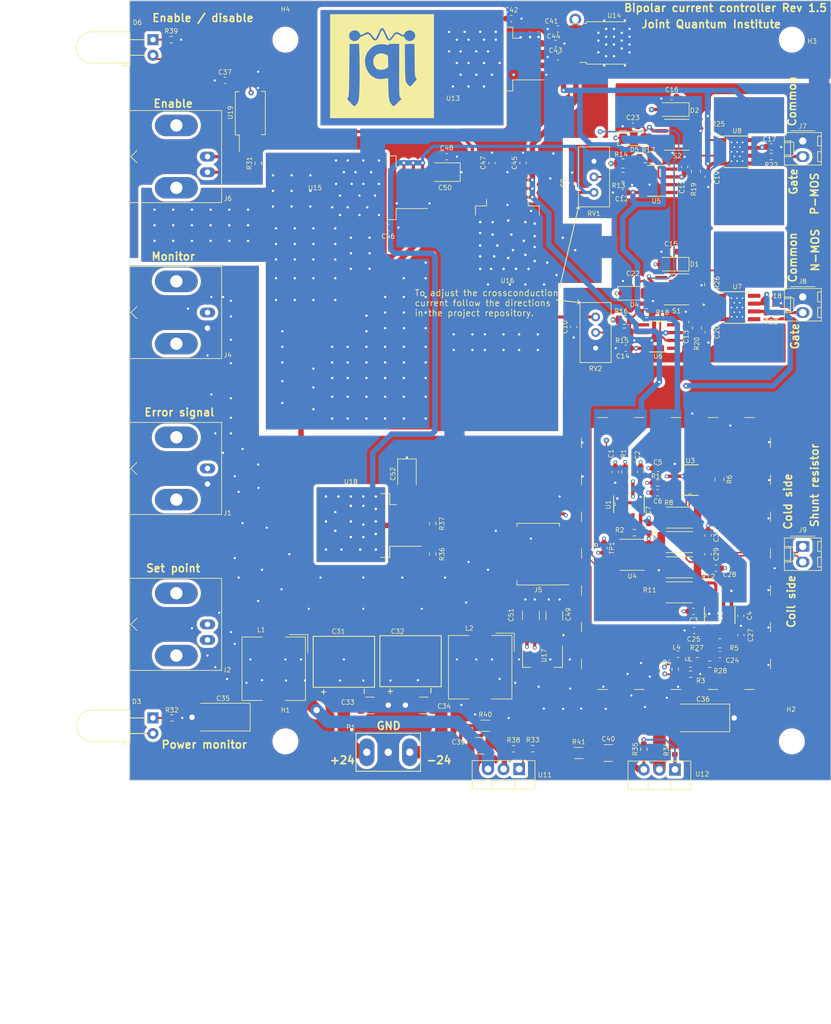
<source format=kicad_pcb>
(kicad_pcb (version 20221018) (generator pcbnew)
  (layers (0 "F.Cu" signal) (1 "In1.Cu" signal) (2 "In2.Cu" signal) (31 "B.Cu" signal) (34 "B.Paste" user) (35 "F.Paste" user) (36 "B.SilkS" user "B.Silkscreen") (37 "F.SilkS" user "F.Silkscreen") (38 "B.Mask" user) (39 "F.Mask" user) (44 "Edge.Cuts" user))
  (net 0 "")
  (net 1 "+15V")
  (net 2 "GND")
  (net 3 "-15V")
  (net 4 "-2V5")
  (net 5 "+2V5")
  (net 6 "-5V")
  (net 7 "+5V")
  (net 8 "V+")
  (net 9 "V-")
  (net 10 "Net-(D1-K)")
  (net 11 "Net-(D2-K)")
  (net 12 "Net-(D4-A)")
  (net 13 "Net-(D5-A)")
  (net 14 "Net-(J7-Pin_2)")
  (net 15 "+24V")
  (net 16 "-24V")
  (net 17 "Net-(U12-VI)")
  (net 18 "Net-(J1-In)")
  (net 19 "Net-(J2-In)")
  (net 20 "Net-(J2-Ext)")
  (net 21 "Net-(J4-In)")
  (net 22 "U1-")
  (net 23 "Net-(J5-Pin_3)")
  (net 26 "Net-(J5-Pin_6)")
  (net 27 "Digital_control")
  (net 28 "Net-(J8-Pin_2)")
  (net 29 "Net-(R1-Pad2)")
  (net 30 "Net-(R2-Pad1)")
  (net 31 "Net-(R2-Pad2)")
  (net 32 "Net-(R5-Pad1)")
  (net 33 "Net-(R5-Pad2)")
  (net 34 "Net-(R6-Pad1)")
  (net 35 "Net-(R6-Pad2)")
  (net 36 "U2")
  (net 37 "U1+")
  (net 38 "Net-(R10-Pad2)")
  (net 39 "Net-(R11-Pad2)")
  (net 40 "Net-(U5--)")
  (net 41 "Net-(R13-Pad2)")
  (net 42 "Net-(U6--)")
  (net 43 "Net-(R15-Pad2)")
  (net 44 "Net-(R17-Pad1)")
  (net 45 "Net-(R18-Pad1)")
  (net 46 "Net-(S2-COM1)")
  (net 47 "Net-(S1-COM1)")
  (net 48 "Net-(U7-OUT)")
  (net 49 "Net-(U8-OUT)")
  (net 50 "Net-(U12-ADJ)")
  (net 51 "Net-(U18-ADJ)")
  (net 65 "Net-(U11-VI)")
  (net 66 "Net-(U11-ADJ)")
  (net 67 "Net-(U7-BW)")
  (net 68 "Net-(U8-BW)")
  (net 69 "Net-(U2--)")
  (net 70 "Net-(U2-+)")
  (net 71 "POWER_GND_REF")
  (net 72 "Net-(L3-Pad2)")
  (net 73 "Net-(L4-Pad2)")
  (net 74 "Net-(D3-K)")
  (net 75 "Net-(D6-K)")
  (net 76 "Net-(J6-In)")
  (net 77 "Net-(J6-Ext)")
  (net 78 "Net-(U19-C)")
  (net 80 "Net-(C39-Pad2)")
  (net 81 "Net-(C40-Pad1)")
  (footprint "Resistor_SMD:R_0805_2012Metric" (layer "F.Cu") (at 143.922977 54.101451 180)
    (fp_text reference "R13")
    (fp_text value "18.2k")
  )
  (footprint "MountingHole:MountingHole_4mm" (layer "F.Cu") (at 88.9 146.05)
    (fp_text reference "H1")
    (fp_text value "MountingHole")
  )
  (footprint "Capacitor_SMD:C_1210_3225Metric" (layer "F.Cu") (at 128.908093 125.554306 90)
    (fp_text reference "C51")
    (fp_text value "10uF")
  )
  (footprint "Resistor_SMD:R_0603_1608Metric" (layer "F.Cu") (at 126.069988 147.272713)
    (fp_text reference "R38")
    (fp_text value "120")
  )
  (footprint "Resistor_SMD:R_0603_1608Metric" (layer "F.Cu") (at 112.903 115.544 90)
    (fp_text reference "R36")
    (fp_text value "120")
  )
  (footprint "Resistor_SMD:R_0603_1608Metric" (layer "F.Cu") (at 70.385618 142.23996)
    (fp_text reference "R32")
    (fp_text value "1k")
  )
  (footprint "Resistor_SMD:R_2512_6332Metric" (layer "F.Cu") (at 153.126762 113.603705)
    (fp_text reference "R9")
    (fp_text value "500")
  )
  (footprint "Resistor_SMD:R_0805_2012Metric" (layer "F.Cu") (at 147.527977 51.077426 180)
    (fp_text reference "R17")
    (fp_text value "18.2k")
  )
  (footprint "Capacitor_SMD:C_0603_1608Metric" (layer "F.Cu") (at 135.89405 78.561617 90)
    (fp_text reference "C10")
    (fp_text value "0.1uF")
  )
  (footprint "zKiCadFootprints:TI_SO-PowerPAD-8_ThermalVias" (layer "F.Cu") (at 162.525824 50.015039)
    (fp_text reference "U8")
    (fp_text value "BUF634A")
  )
  (footprint "Resistor_SMD:R_0603_1608Metric" (layer "F.Cu") (at 147.319856 147.331237 -90)
    (fp_text reference "R35")
    (fp_text value "120")
  )
  (footprint "Inductor_SMD:L_0603_1608Metric" (layer "F.Cu") (at 152.904069 131.854347)
    (fp_text reference "L4")
    (fp_text value "1k")
  )
  (footprint "RF_Shielding:Laird_Technologies_BMI-S-210-F_44.00x30.50mm" (layer "F.Cu") (at 152.569433 115.456288 90)
    (fp_text reference "TP1")
    (fp_text value "TestPoint_Small")
  )
  (footprint "zKiCadFootprints:SSO-8_7.62x10.1mm_P2.54mm_Clearance8mm" (layer "F.Cu") (at 130.109599 115.563256 180)
    (fp_text reference "J5")
    (fp_text value "Conn_02x04_Counter_Clockwise")
  )
  (footprint "Capacitor_SMD:C_0603_1608Metric" (layer "F.Cu") (at 157.795599 112.528256 90)
    (fp_text reference "C30")
    (fp_text value "1n")
  )
  (footprint "Resistor_SMD:R_0805_2012Metric" (layer "F.Cu") (at 155.820967 53.187321 -90)
    (fp_text reference "R19")
    (fp_text value "2.2k")
  )
  (footprint "Inductor_SMD:L_TDK_SLF10145" (layer "F.Cu") (at 120.65 133.985 -90)
    (fp_text reference "L2")
    (fp_text value "100uH")
  )
  (footprint "Resistor_SMD:R_0603_1608Metric" (layer "F.Cu") (at 152.374307 147.352951 -90)
    (fp_text reference "R34")
    (fp_text value "1.8k")
  )
  (footprint "Resistor_SMD:R_0603_1608Metric" (layer "F.Cu") (at 144.261759 102.174121 -90)
    (fp_text reference "R1")
    (fp_text value "50")
  )
  (footprint "Resistor_SMD:R_1206_3216Metric" (layer "F.Cu") (at 136.7175 147.955)
    (fp_text reference "R41")
    (fp_text value "30m")
  )
  (footprint "Package_TO_SOT_SMD:TO-252-2" (layer "F.Cu") (at 141.282922 32.283935)
    (fp_text reference "U14")
    (fp_text value "uA7815")
  )
  (footprint "Resistor_SMD:R_0805_2012Metric" (layer "F.Cu") (at 143.920276 51.925154 180)
    (fp_text reference "R14")
    (fp_text value "2.2k")
  )
  (footprint "Capacitor_SMD:C_0603_1608Metric" (layer "F.Cu") (at 146.801211 102.169072 -90)
    (fp_text reference "C2")
    (fp_text value "0.1uF")
  )
  (footprint "zKiCadFootprints:AD8421ARZ-R7" (layer "F.Cu") (at 144.896759 107.422921 90)
    (fp_text reference "U1")
    (fp_text value "AD8421")
  )
  (footprint "Capacitor_SMD:C_0603_1608Metric" (layer "F.Cu") (at 142.669092 102.168524 90)
    (fp_text reference "C1")
    (fp_text value "0.1uF")
  )
  (footprint "zmyfootprint:CAP_polar_220uF" (layer "F.Cu") (at 98.425 133.096 -90)
    (fp_text reference "C31")
    (fp_text value "220uF")
  )
  (footprint "Capacitor_SMD:C_0603_1608Metric" (layer "F.Cu") (at 163.144222 128.757056 90)
    (fp_text reference "C27")
    (fp_text value "1n")
  )
  (footprint "Package_TO_SOT_THT:TO-220-3_Vertical" (layer "F.Cu") (at 152.4 150.640058 180)
    (fp_text reference "U12")
    (fp_text value "LM337_TO220")
  )
  (footprint "Capacitor_SMD:C_0603_1608Metric" (layer "F.Cu") (at 159.078599 117.849256 180)
    (fp_text reference "C28")
    (fp_text value "1n")
  )
  (footprint "Resistor_SMD:R_0603_1608Metric" (layer "F.Cu") (at 152.4466 134.316226 90)
    (fp_text reference "R4")
    (fp_text value "1M")
  )
  (footprint "Capacitor_SMD:C_0603_1608Metric" (layer "F.Cu") (at 125.73 28.322 180)
    (fp_text reference "C42")
    (fp_text value "0.33uF")
  )
  (footprint "LOGO" (layer "F.Cu") (at 104.648 36.068)
    (fp_text reference "G***" hide)
    (fp_text value "LOGO" hide)
  )
  (footprint "Connector_Molex:Molex_KK-254_AE-6410-02A_1x02_P2.54mm_Vertical" (layer "F.Cu") (at 173.228 48.26 -90)
    (fp_text reference "J7")
    (fp_text value "P-MOS")
  )
  (footprint "MountingHole:MountingHole_4mm" (layer "F.Cu") (at 88.9 31.75)
    (fp_text reference "H4")
    (fp_text value "MountingHole")
  )
  (footprint "Capacitor_SMD:C_0603_1608Metric" (layer "F.Cu") (at 155.535449 127.979468)
    (fp_text reference "C25")
    (fp_text value "1n")
  )
  (footprint "Resistor_SMD:R_2512_6332Metric" (layer "F.Cu") (at 153.11483 109.603374)
    (fp_text reference "R8")
    (fp_text value "25k")
  )
  (footprint "Capacitor_SMD:C_0603_1608Metric" (layer "F.Cu") (at 115.189 50.8 180)
    (fp_text reference "C48")
    (fp_text value "0.1uF")
  )
  (footprint "Capacitor_SMD:C_0603_1608Metric" (layer "F.Cu") (at 155.42005 124.884019)
    (fp_text reference "C3")
    (fp_text value "0.1uF")
  )
  (footprint "Resistor_SMD:R_0603_1608Metric" (layer "F.Cu") (at 149.565732 103.957748)
    (fp_text reference "R10")
    (fp_text value "50")
  )
  (footprint "Capacitor_SMD:C_0603_1608Metric" (layer "F.Cu") (at 145.529 45.847)
    (fp_text reference "C23")
    (fp_text value "0.1uF")
  )
  (footprint "Resistor_SMD:R_0603_1608Metric" (layer "F.Cu") (at 157.734 71.628 90)
    (fp_text reference "R26")
    (fp_text value "DNP")
  )
  (footprint "Capacitor_SMD:C_1210_3225Metric" (layer "F.Cu") (at 141.531 147.955)
    (fp_text reference "C40")
    (fp_text value "10uF")
  )
  (footprint "Capacitor_SMD:C_0603_1608Metric" (layer "F.Cu") (at 133.304922 34.569935 180)
    (fp_text reference "C43")
    (fp_text value "0.1uF")
  )
  (footprint "Capacitor_SMD:C_0603_1608Metric" (layer "F.Cu") (at 163.129762 125.599783 -90)
    (fp_text reference "C4")
    (fp_text value "0.1uF")
  )
  (footprint "zmyfootprint:Conn_01X03-3.5mm" (layer "F.Cu") (at 105.664 147.828)
    (fp_text reference "P1")
    (fp_text value "CONN_01X03")
  )
  (footprint "Resistor_SMD:R_0805_2012Metric" (layer "F.Cu") (at 159.648881 103.371423 90)
    (fp_text reference "R6")
    (fp_text value "1k")
  )
  (footprint "Resistor_SMD:R_0805_2012Metric" (layer "F.Cu") (at 155.977129 78.697056 -90)
    (fp_text reference "R20")
    (fp_text value "2.2k")
  )
  (footprint "Diode_SMD:D_MiniMELF" (layer "F.Cu") (at 145.729447 73.068233)
    (fp_text reference "D4")
    (fp_text value "D")
  )
  (footprint "Capacitor_SMD:C_1210_3225Metric" (layer "F.Cu") (at 111.457 140.208)
    (fp_text reference "C34")
    (fp_text value "10uF")
  )
  (footprint "LED_THT:LED_D5.0mm_Horizontal_O3.81mm_Z3.0mm" (layer "F.Cu") (at 67.31 31.75 -90)
    (fp_text reference "D6")
    (fp_text value "LED")
  )
  (footprint "Resistor_SMD:R_0805_2012Metric" (layer "F.Cu") (at 144.152811 79.467582 180)
    (fp_text reference "R15")
    (fp_text value "18.2k")
  )
  (footprint "Capacitor_SMD:C_0603_1608Metric" (layer "F.Cu") (at 153.967952 52.484949 -90)
    (fp_text reference "C11")
    (fp_text value "0.1uF")
  )
  (footprint "Capacitor_SMD:C_0603_1608Metric" (layer "F.Cu") (at 151.869835 41.061292)
    (fp_text reference "C16")
    (fp_text value "0.1uF")
  )
  (footprint "Capacitor_Tantalum_SMD:CP_EIA-3528-21_Kemet-B" (layer "F.Cu") (at 108.712 102.5135 -90)
    (fp_text reference "C52")
    (fp_text value "1uF")
  )
  (footprint "zKiCadFootprints:AD8421ARZ-R7" (layer "F.Cu") (at 154.823799 103.498256 180)
    (fp_text reference "U3")
    (fp_text value "AD8421")
  )
  (footprint "Resistor_SMD:R_0603_1608Metric" (layer "F.Cu") (at 112.903 110.591 90)
    (fp_text reference "R37")
    (fp_text value "120")
  )
  (footprint "Resistor_SMD:R_0603_1608Metric" (layer "F.Cu") (at 70.295 31.75 180)
    (fp_text reference "R39")
    (fp_text value "1k")
  )
  (footprint "Capacitor_SMD:C_0603_1608Metric" (layer "F.Cu") (at 127.634 51.82 90)
    (fp_text reference "C45")
    (fp_text value "0.33uF")
  )
  (footprint "zKiCadFootprints:MAX4656ESA+" (layer "F.Cu") (at 152.707 47.244 180)
    (fp_text reference "S2")
    (fp_text value "MAX4656")
  )
  (footprint "Package_TO_SOT_SMD:TO-263-2" (layer "F.Cu") (at 121.137 34.907 180)
    (fp_text reference "U13")
    (fp_text value "LM7915")
  )
  (footprint "zKiCadFootprints:LT1363CS8#TRPBF" (layer "F.Cu") (at 149.639931 80.110476)
    (fp_text reference "U6")
    (fp_text value "LT1363")
  )
  (footprint "Capacitor_SMD:C_0603_1608Metric" (layer "F.Cu") (at 149.569402 105.551513)
    (fp_text reference "C6")
    (fp_text value "0.1uF")
  )
  (footprint "Capacitor_SMD:C_0603_1608Metric" (layer "F.Cu") (at 144.377184 82.011665)
    (fp_text reference "C14")
    (fp_text value "0.1uF")
  )
  (footprint "Capacitor_SMD:C_0603_1608Metric" (layer "F.Cu") (at 79.038108 38.386246 180)
    (fp_text reference "C37")
    (fp_text value "0.1uF")
  )
  (footprint "Capacitor_SMD:C_0603_1608Metric" (layer "F.Cu") (at 135.636 55.118 90)
    (fp_text reference "C9")
    (fp_text value "0.1uF")
  )
  (footprint "Resistor_SMD:R_0603_1608Metric" (layer "F.Cu") (at 158.070902 133.493984)
    (fp_text reference "R28")
    (fp_text value "33")
  )
  (footprint "Potentiometer_THT:Potentiometer_Bourns_3296W_Vertical" (layer "F.Cu") (at 139.197249 51.558848 90)
    (fp_text reference "RV1")
    (fp_text value "1k")
  )
  (footprint "Connector_Molex:Molex_KK-254_AE-6410-02A_1x02_P2.54mm_Vertical" (layer "F.Cu") (at 173.228 73.66 -90)
    (fp_text reference "J8")
    (fp_text value "N-MOS")
  )
  (footprint "MountingHole:MountingHole_4mm" (layer "F.Cu") (at 171.45 31.75)
    (fp_text reference "H3")
    (fp_text value "MountingHole")
  )
  (footprint "Resistor_SMD:R_0603_1608Metric" (layer "F.Cu") (at 157.747048 46.210511 90)
    (fp_text reference "R25")
    (fp_text value "DNP")
  )
  (footprint "zKiCadFootprints:MAX4656ESA+" (layer "F.Cu") (at 152.647372 72.43019 180)
    (fp_text reference "S1")
    (fp_text value "MAX4656")
  )
  (footprint "zKiCadFootprints:BNC_Amphenol_B6252HB-NPP3G-50_Horizontal_mount_float" (layer "F.Cu") (at 76.2 101.6 90)
    (fp_text reference "J1")
    (fp_text value "Error signal")
  )
  (footprint "zmyfootprint:CAP_polar_220uF" (layer "F.Cu") (at 109.295 132.999016 -90)
    (fp_text reference "C32")
    (fp_text value "220uF")
  )
  (footprint "Capacitor_SMD:C_0603_1608Metric" (layer "F.Cu") (at 157.824633 79.413388 -90)
    (fp_text reference "C20")
    (fp_text value "0.1uF")
  )
  (footprint "Capacitor_SMD:C_0603_1608Metric" (layer "F.Cu") (at 157.795599 115.576256 90)
    (fp_text reference "C29")
    (fp_text value "10n")
  )
  (footprint "zKiCadFootprints:OPA388IDR" (layer "F.Cu") (at 145.40855 115.661361 180)
    (fp_text reference "U4")
    (fp_text value "OPA388")
  )
  (footprint "Capacitor_SMD:C_1210_3225Metric" (layer "F.Cu") (at 102.665 140.208)
    (fp_text reference "C33")
    (fp_text value "10uF")
  )
  (footprint "Capacitor_SMD:C_0603_1608Metric" (layer "F.Cu") (at 148.143599 111.334568 90)
    (fp_text reference "C7")
    (fp_text value "0.1uF")
  )
  (footprint "zKiCadFootprints:BNC_Amphenol_B6252HB-NPP3G-50_Horizontal_mount_float" (layer "F.Cu") (at 76.2 127 90)
    (fp_text reference "J2")
    (fp_text value "Set point")
  )
  (footprint "Resistor_SMD:R_0805_2012Metric" (layer "F.Cu") (at 147.747781 76.300476 180)
    (fp_text reference "R18")
    (fp_text value "18.2k")
  )
  (footprint "Resistor_SMD:R_0603_1608Metric" (layer "F.Cu") (at 168.085 76.2 180)
    (fp_text reference "R23")
    (fp_text value "1")
  )
  (footprint "Capacitor_SMD:C_1210_3225Metric" (layer "F.Cu") (at 132.73289 125.593699 90)
    (fp_text reference "C49")
    (fp_text value "10uF")
  )
  (footprint "Diode_SMD:D_MiniMELF" (layer "F.Cu") (at 145.697 47.879)
    (fp_text reference "D5")
    (fp_text value "D")
  )
  (footprint "Capacitor_SMD:C_0603_1608Metric" (layer "F.Cu") (at 168.085328 49.229217 180)
    (fp_text reference "C17")
    (fp_text value "0.1uF")
  )
  (footprint "Capacitor_SMD:C_0603_1608Metric" (layer "F.Cu") (at 143.891 56.642)
    (fp_text reference "C12")
    (fp_text value "0.1uF")
  )
  (footprint "zKiCadFootprints:TI_SO-PowerPAD-8_ThermalVias" (layer "F.Cu") (at 162.507527 75.382822)
    (fp_text reference "U7")
    (fp_text value "BUF634A")
  )
  (footprint "Package_TO_SOT_THT:TO-220-3_Vertical" (layer "F.Cu") (at 127 150.561586 180)
    (fp_text reference "U11")
    (fp_text value "LM338")
  )
  (footprint "Resistor_SMD:R_0603_1608Metric" (layer "F.Cu") (at 145.794599 112.062434 180)
    (fp_text reference "R2")
    (fp_text value "200")
  )
  (footprint "Inductor_SMD:L_0603_1608Metric" (layer "F.Cu") (at 154.930204 133.486256)
    (fp_text reference "L3")
    (fp_text value "1k")
  )
  (footprint "Capacitor_SMD:C_0603_1608Metric" (layer "F.Cu") (at 132.969 32.356627 180)
    (fp_text reference "C44")
    (fp_text value "0.1uF")
  )
  (footprint "Resistor_SMD:R_0603_1608Metric" (layer "F.Cu") (at 129.221562 147.246355)
    (fp_text reference "R33")
    (fp_text value "1.8k")
  )
  (footprint "Diode_SMD:D_MiniMELF" (layer "F.Cu") (at 152.024566 68.324454 180)
    (fp_text reference "D1")
    (fp_text value "D")
  )
  (footprint "Diode_SMD:D_MiniMELF" (layer "F.Cu") (at 152.042449 43.125585 180)
    (fp_text reference "D2")
    (fp_text value "D")
  )
  (footprint "Capacitor_SMD:C_0603_1608Metric" (layer "F.Cu") (at 145.586062 71.085773 180)
    (fp_text reference "C22")
    (fp_text value "0.1uF")
  )
  (footprint "Capacitor_SMD:C_0603_1608Metric" (layer "F.Cu") (at 151.783566 66.292454 180)
    (fp_text reference "C15")
    (fp_text value "0.1uF")
  )
  (footprint "MountingHole:MountingHole_4mm" (layer "F.Cu") (at 171.45 146.05)
    (fp_text reference "H2")
    (fp_text value "MountingHole")
  )
  (footprint "Resistor_SMD:R_0805_2012Metric" (layer "F.Cu") (at 159.713067 130.076091)
    (fp_text reference "R5")
    (fp_text value "DNP")
  )
  (footprint "Capacitor_SMD:C_0603_1608Metric" (layer "F.Cu") (at 149.624999 101.593256)
    (fp_text reference "C5")
    (fp_text value "0.1uF")
  )
  (footprint "Resistor_SMD:R_2512_6332Metric" (layer "F.Cu") (at 153.104303 121.777544)
    (fp_text reference "R11")
    (fp_text value "25k")
  )
  (footprint "Potentiometer_THT:Potentiometer_Bourns_3296W_Vertical" (layer "F.Cu") (at 139.467129 81.999056 -90)
    (fp_text reference "RV2")
    (fp_text value "1k")
  )
  (footprint "Resistor_SMD:R_0603_1608Metric" (layer "F.Cu") (at 154.945871 135.118164)
    (fp_text reference "R3")
    (fp_text value "50")
  )
  (footprint "Resistor_SMD:R_0603_1608Metric" (layer "F.Cu") (at 84.455 51.88 90)
    (fp_text reference "R31")
    (fp_text value "1k")
  )
  (footprint "Capacitor_SMD:C_0603_1608Metric" (layer "F.Cu") (at 140.834358 114.560258 -90)
    (fp_text reference "C8")
    (fp_text value "0.1uF")
  )
  (footprint "Capacitor_SMD:C_0603_1608Metric" (layer "F.Cu") (at 159.733633 131.909895)
    (fp_text reference "C24")
    (fp_text value "10n")
  )
  (footprint "Resistor_SMD:R_1206_3216Metric" (layer "F.Cu") (at 121.4775 143.51)
    (fp_text reference "R40")
    (fp_text value "30m")
  )
  (footprint "Package_SO:SSO-6_6.8x4.6mm_P1.27mm_Clearance8mm" (layer "F.Cu") (at 83.185 43.725 90)
    (fp_text reference "U19")
    (fp_text value "FOD8482TR2")
  )
  (footprint "Inductor_SMD:L_TDK_SLF10145" (layer "F.Cu") (at 86.995 134.225 -90)
    (fp_text reference "L1")
    (fp_text value "100uH")
  )
  (footprint "Resistor_SMD:R_2512_6332Metric" (layer "F.Cu") (at 153.104303 117.713544)
    (fp_text reference "R12")
    (fp_text value "500")
  )
  (footprint "Resistor_SMD:R_0603_1608Metric" (layer "F.Cu") (at 156.055659 131.873105)
    (fp_text reference "R27")
    (fp_text value "33")
  )
  (footprint "Capacitor_SMD:C_0603_1608Metric" (layer "F.Cu") (at 168.084705 74.659132 180)
    (fp_text reference "C18")
    (fp_text value "0.1uF")
  )
  (footprint "Resistor_SMD:R_0603_1608Metric" (layer "F.Cu") (at 168.098048 50.782511 180)
    (fp_text reference "R22")
    (fp_text value "1")
  )
  (footprint "Resistor_SMD:R_0805_2012Metric" (layer "F.Cu") (at 144.165479 77.390002 180)
    (fp_text reference "R16")
    (fp_text value "2.2k")
  )
  (footprint "zKiCadFootprints:LT1363CS8#TRPBF" (layer "F.Cu") (at 149.346719 54.737)
    (fp_text reference "U5")
    (fp_text value "LT1363")
  )
  (footprint "Capacitor_SMD:C_0603_1608Metric" (layer "F.Cu") (at 105.658 62.357 180)
    (fp_text reference "C46")
    (fp_text value "0.33uF")
  )
  (footprint "Capacitor_SMD:C_0603_1608Metric" (layer "F.Cu") (at 122.554 51.82 90)
    (fp_text reference "C47")
    (fp_text value "0.1uF")
  )
  (footprint "Capacitor_Tantalum_SMD:CP_EIA-7343-43_Kemet-X" (layer "F.Cu") (at 78.74 142.113 180)
    (fp_text reference "C35")
    (fp_text value "47uF")
  )
  (footprint "zKiCadFootprints:BNC_Amphenol_B6252HB-NPP3G-50_Horizontal_mount_float" (layer "F.Cu") (at 76.2 50.8 90)
    (fp_text reference "J6")
    (fp_text value "Enable")
  )
  (footprint "Capacitor_SMD:C_0603_1608Metric" (layer "F.Cu") (at 154.137814 77.751111 -90)
    (fp_text reference "C13")
    (fp_text value "0.1uF")
  )
  (footprint "Package_TO_SOT_SMD:TO-263-3_TabPin2" (layer "F.Cu") (at 101.08 110.89 180)
    (fp_text reference "U18")
    (fp_text value "LM337_TO220")
  )
  (footprint "Package_TO_SOT_SMD:TO-263-3_TabPin2" (layer "F.Cu") (at 125.075 63.656 -90)
    (fp_text reference "U16")
    (fp_text value "LM7805")
  )
  (footprint "Capacitor_Tantalum_SMD:CP_EIA-7343-43_Kemet-X" (layer "F.Cu") (at 156.9075 142.24 180)
    (fp_text reference "C36")
    (fp_text value "47uF")
  )
  (footprint "Connector_Molex:Molex_KK-254_AE-6410-02A_1x02_P2.54mm_Vertical" (layer "F.Cu") (at 173.228 114.3 -90)
    (fp_text reference "J9")
    (fp_text value "Shunt resistor")
  )
  (footprint "zKiCadFootprints:TL1963ADCQR" (layer "F.Cu") (at 130.81 132.25 -90)
    (fp_text reference "U17")
    (fp_text value "TL1963A")
  )
  (footprint "zKiCadFootprints:AD8421ARZ-R7" (layer "F.Cu") (at 159.691303 125.511344 90)
    (fp_text reference "U2")
    (fp_text value "AD8421")
  )
  (footprint "Package_TO_SOT_SMD:TO-263-2" (layer "F.Cu") (at 102.115 55.869 180)
    (fp_text reference "U15")
    (fp_text value "LM7905")
  )
  (footprint "Capacitor_Tantalum_SMD:CP_EIA-3528-21_Kemet-B" (layer "F.Cu") (at 114.935 53.329 180)
    (fp_text reference "C50")
    (fp_text value "1uF")
  )
  (footprint "Capacitor_SMD:C_0603_1608Metric" (layer "F.Cu") (at 133.317922 29.997935 180)
    (fp_text reference "C41")
    (fp_text value "0.33uF")
  )
  (footprint "Capacitor_SMD:C_0603_1608Metric" (layer "F.Cu") (at 157.822898 54.057276 -90)
    (fp_text reference "C19")
    (fp_text value "0.1uF")
  )
  (footprint "LED_THT:LED_D5.0mm_Horizontal_O3.81mm_Z3.0mm" (layer "F.Cu") (at 67.31 142.24 -90)
    (fp_text reference "D3")
    (fp_text value "LED")
  )
  (footprint "zKiCadFootprints:BNC_Amphenol_B6252HB-NPP3G-50_Horizontal_mount_float" (layer "F.Cu") (at 76.2 76.2 90)
    (fp_text reference "J4")
    (fp_text value "Monitor")
  )
  (footprint "Capacitor_SMD:C_1210_3225Metric" (layer "F.Cu") (at 120.596486 146.788354 180)
    (fp_text reference "C39")
    (fp_text value "10uF")
  )
  (gr_line (start 136.927129 74.574056) (end 136.599523 74.170908) (stroke (width 0.15)) (layer "F.SilkS"))
  (gr_line (start 136.667249 58.983848) (end 136.334897 59.237484) (stroke (width 0.15)) (layer "F.SilkS"))
  (gr_line (start 136.667249 58.983848) (end 136.833424 59.359929) (stroke (width 0.15)) (layer "F.SilkS"))
  (gr_line (start 136.927129 74.574056) (end 136.503316 74.809372) (stroke (width 0.15)) (layer "F.SilkS"))
  (gr_line (start 133.604 72.136) (end 136.667249 58.983848) (stroke (width 0.15)) (layer "F.SilkS"))
  (gr_line (start 133.096 74.168) (end 136.927129 74.574056) (stroke (width 0.15)) (layer "F.SilkS"))
  (gr_line (start 63.5 25.4) (end 63.5 152.4) (stroke (width 0.1)) (layer "Edge.Cuts"))
  (gr_line (start 63.5 25.4) (end 177.8 25.4) (stroke (width 0.1)) (layer "Edge.Cuts"))
  (gr_line (start 63.5 152.4) (end 177.8 152.4) (stroke (width 0.1)) (layer "Edge.Cuts"))
  (gr_line (start 177.8 152.4) (end 177.8 25.4) (stroke (width 0.1)) (layer "Edge.Cuts"))
  (gr_text "Bipolar current controller Rev 1.5" (at 143.960076 27.320646) (layer "F.SilkS") (effects (font (size 1.27 1.27) (thickness 0.254) bold) (justify left bottom)))
  (gr_text "Common" (at 171.498629 41.789021 90) (layer "F.SilkS") (effects (font (size 1.27 1.27) (thickness 0.254))))
  (gr_text "Gate" (at 171.704 54.864 90) (layer "F.SilkS") (effects (font (size 1.27 1.27) (thickness 0.254))))
  (gr_text "Coil side" (at 172.094364 127.707312 90) (layer "F.SilkS") (effects (font (size 1.27 1.27) (thickness 0.254) bold) (justify left bottom)))
  (gr_text "Power monitor" (at 68.58 147.32) (layer "F.SilkS") (effects (font (size 1.27 1.27) (thickness 0.254) bold) (justify left bottom)))
  (gr_text "-24" (at 111.76 149.86) (layer "F.SilkS") (effects (font (size 1.27 1.27) (thickness 0.254) bold) (justify left bottom)))
  (gr_text "Common" (at 171.60041 67.234239 90) (layer "F.SilkS") (effects (font (size 1.27 1.27) (thickness 0.254))))
  (gr_text "Gate" (at 171.963517 80.063759 90) (layer "F.SilkS") (effects (font (size 1.27 1.27) (thickness 0.254))))
  (gr_text "+24" (at 96.012 149.86) (layer "F.SilkS") (effects (font (size 1.27 1.27) (thickness 0.254) bold) (justify left bottom)))
  (gr_text "Cold side" (at 171.564256 111.686248 90) (layer "F.SilkS") (effects (font (size 1.27 1.27) (thickness 0.254) bold) (justify left bottom)))
  (gr_text "GND\n" (at 103.632 144.272) (layer "F.SilkS") (effects (font (size 1.27 1.27) (thickness 0.254) bold) (justify left bottom)))
  (gr_text "Enable / disable" (at 67.056 28.956) (layer "F.SilkS") (effects (font (size 1.27 1.27) (thickness 0.254) bold) (justify left bottom)))
  (gr_text "To adjust the crossconduction\ncurrent follow the directions\nin the project repository.\n" (at 109.908511 76.878163) (layer "F.SilkS") (effects (font (size 1.016 1.016) (thickness 0.127)) (justify left bottom)))
  (gr_text "Joint Quantum Institute" (at 146.812 29.972) (layer "F.SilkS") (effects (font (size 1.27 1.27) (thickness 0.254) bold) (justify left bottom)))
  (segment (start 143.764 107.188) (end 143.078801 106.502801) (width 0.508) (layer "F.Cu") (net 1))
  (segment (start 156.288731 124.902977) (end 157.17637 124.902977) (width 0.508) (layer "F.Cu") (net 1))
  (segment (start 127.634 55.987) (end 127.615 56.006) (width 0.889) (layer "F.Cu") (net 1))
  (segment (start 142.991759 104.959121) (end 142.991759 106.498858) (width 0.508) (layer "F.Cu") (net 1))
  (segment (start 150.902524 79.475476) (end 150.876 79.502) (width 0.508) (layer "F.Cu") (net 1))
  (segment (start 157.17637 124.902977) (end 157.601796 124.902977) (width 0.508) (layer "F.Cu") (net 1))
  (segment (start 143.078801 106.502801) (end 142.995702 106.502801) (width 0.508) (layer "F.Cu") (net 1))
  (segment (start 154.137814 79.161186) (end 153.797 79.502) (width 0.508) (layer "F.Cu") (net 1))
  (segment (start 166.624 74.747822) (end 167.221015 74.747822) (width 0.508) (layer "F.Cu") (net 1))
  (segment (start 129.159 48.768) (end 129.159 54.61) (width 0.889) (layer "F.Cu") (net 1))
  (segment (start 127.634 52.595) (end 127.634 55.987) (width 0.889) (layer "F.Cu") (net 1))
  (segment (start 151.892 106.68) (end 149.352 106.68) (width 0.508) (layer "F.Cu") (net 1))
  (segment (start 142.667004 104.634366) (end 142.991759 104.959121) (width 0.508) (layer "F.Cu") (net 1))
  (segment (start 142.669092 103.920715) (end 142.667004 103.922803) (width 0.508) (layer "F.Cu") (net 1))
  (segment (start 166.624 74.747822) (end 166.624 74.168) (width 0.508) (layer "F.Cu") (net 1))
  (segment (start 157.17637 124.902977) (end 157.786303 124.293044) (width 0.508) (layer "F.Cu") (net 1))
  (segment (start 152.103731 79.475476) (end 150.902524 79.475476) (width 0.508) (layer "F.Cu") (net 1))
  (segment (start 153.797 79.502) (end 153.770476 79.475476) (width 0.508) (layer "F.Cu") (net 1))
  (segment (start 136.242922 34.563935) (end 136.242922 41.684078) (width 0.889) (layer "F.Cu") (net 1))
  (segment (start 167.386 73.406) (end 167.386 73.279) (width 0.508) (layer "F.Cu") (net 1))
  (segment (start 154.137814 78.526111) (end 154.137814 79.161186) (width 0.508) (layer "F.Cu") (net 1))
  (segment (start 152.359999 105.403256) (end 152.359999 106.212001) (width 0.508) (layer "F.Cu") (net 1))
  (segment (start 136.242922 41.684078) (end 129.159 48.768) (width 0.889) (layer "F.Cu") (net 1))
  (segment (start 129.159 57.404) (end 128.143 57.404) (width 0.508) (layer "F.Cu") (net 1))
  (segment (start 149.352 106.68) (end 148.844 107.188) (width 0.508) (layer "F.Cu") (net 1))
  (segment (start 142.667004 103.922803) (end 142.667004 104.634366) (width 0.508) (layer "F.Cu") (net 1))
  (segment (start 165.301527 74.747822) (end 166.624 74.747822) (width 0.508) (layer "F.Cu") (net 1))
  (segment (start 142.991759 106.498858) (end 142.995702 106.502801) (width 0.508) (layer "F.Cu") (net 1))
  (segment (start 166.624 74.168) (end 167.386 73.406) (width 0.508) (layer "F.Cu") (net 1))
  (segment (start 129.159 54.61) (end 128.195553 54.61) (width 0.508) (layer "F.Cu") (net 1))
  (segment (start 152.359999 106.212001) (end 151.892 106.68) (width 0.508) (layer "F.Cu") (net 1))
  (segment (start 134.079922 34.569935) (end 136.236922 34.569935) (width 0.508) (layer "F.Cu") (net 1))
  (segment (start 127.616 56.007) (end 127.615 56.006) (width 0.889) (layer "F.Cu") (net 1))
  (segment (start 136.236922 34.569935) (end 136.242922 34.563935) (width 0.508) (layer "F.Cu") (net 1))
  (segment (start 148.844 107.188) (end 143.764 107.188) (width 0.508) (layer "F.Cu") (net 1))
  (segment (start 157.601796 124.902977) (end 157.982938 125.284119) (width 0.508) (layer "F.Cu") (net 1))
  (segment (start 152.359999 105.403256) (end 150.492659 105.403256) (width 0.3048) (layer "F.Cu") (net 1))
  (segment (start 142.669092 102.943524) (end 142.669092 103.920715) (width 0.508) (layer "F.Cu") (net 1))
  (segment (start 129.159 56.007) (end 127.616 56.007) (width 0.508) (layer "F.Cu") (net 1))
  (segment (start 153.770476 79.475476) (end 152.103731 79.475476) (width 0.508) (layer "F.Cu") (net 1))
  (segment (start 167.221015 74.747822) (end 167.309705 74.659132) (width 0.508) (layer "F.Cu") (net 1))
  (segment (start 157.786303 124.293044) (end 157.786303 123.047544) (width 0.508) (layer "F.Cu") (net 1))
  (segment (start 150.492659 105.403256) (end 150.344402 105.551513) (width 0.3048) (layer "F.Cu") (net 1))
  (via (at 150.876 79.502) (size 0.889) (drill 0.381) (layers "F.Cu" "B.Cu") (net 1))
  (via (at 167.386 73.279) (size 0.889) (drill 0.381) (layers "F.Cu" "B.Cu") (net 1))
  (via (at 154.178 88.138) (size 0.889) (drill 0.381) (layers "F.Cu" "B.Cu") (net 1))
  (via (at 129.159 54.61) (size 0.8) (drill 0.4) (layers "F.Cu" "B.Cu") (net 1))
  (via (at 129.159 57.404) (size 0.8) (drill 0.4) (layers "F.Cu" "B.Cu") (net 1))
  (via (at 157.982938 125.284119) (size 0.8) (drill 0.4) (layers "F.Cu" "B.Cu") (net 1))
  (via (at 142.995702 106.502801) (size 0.8) (drill 0.4) (layers "F.Cu" "B.Cu") (net 1))
  (via (at 142.667004 103.922803) (size 0.889) (drill 0.381) (layers "F.Cu" "B.Cu") (net 1))
  (via (at 149.86 87.503) (size 0.889) (drill 0.381) (layers "F.Cu" "B.Cu") (net 1))
  (via (at 129.159 56.007) (size 0.8) (drill 0.4) (layers "F.Cu" "B.Cu") (net 1))
  (segment (start 149.86 87.503) (end 146.939 90.424) (width 0.889) (layer "B.Cu") (net 1))
  (segment (start 129.159 57.404) (end 131.826 60.071) (width 0.889) (layer "B.Cu") (net 1))
  (segment (start 129.159 54.61) (end 129.159 56.007) (width 0.889) (layer "B.Cu") (net 1))
  (segment (start 171.196 77.216) (end 170.18 76.2) (width 0.889) (layer "B.Cu") (net 1))
  (segment (start 129.159 56.007) (end 129.159 57.404) (width 0.889) (layer "B.Cu") (net 1))
  (segment (start 150.876 79.502) (end 150.241 79.502) (width 0.508) (layer "B.Cu") (net 1))
  (segment (start 149.86 79.883) (end 149.86 87.503) (width 0.889) (layer "B.Cu") (net 1))
  (segment (start 167.64 76.2) (end 167.386 75.946) (width 0.889) (layer "B.Cu") (net 1))
  (segment (start 170.18 76.2) (end 167.64 76.2) (width 0.889) (layer "B.Cu") (net 1))
  (segment (start 167.386 75.946) (end 167.386 73.279) (width 0.889) (layer "B.Cu") (net 1))
  (segment (start 171.196 85.344) (end 171.196 77.216) (width 0.889) (layer "B.Cu") (net 1))
  (segment (start 131.826 65.151) (end 141.986 75.311) (width 0.889) (layer "B.Cu") (net 1))
  (segment (start 154.178 88.138) (end 168.402 88.138) (width 0.889) (layer "B.Cu") (net 1))
  (segment (start 141.986 75.311) (end 143.256 75.311) (width 0.889) (layer "B.Cu") (net 1))
  (segment (start 146.05 78.105) (end 146.05 79.248) (width 0.889) (layer "B.Cu") (net 1))
  (segment (start 143.256 75.311) (end 146.05 78.105) (width 0.889) (layer "B.Cu") (net 1))
  (segment (start 131.826 60.071) (end 131.826 65.151) (width 0.889) (layer "B.Cu") (net 1))
  (segment (start 146.05 79.248) (end 149.225 79.248) (width 0.889) (layer "B.Cu") (net 1))
  (segment (start 149.225 79.248) (end 149.86 79.883) (width 0.889) (layer "B.Cu") (net 1))
  (segment (start 150.241 79.502) (end 149.86 79.883) (width 0.508) (layer "B.Cu") (net 1))
  (segment (start 168.402 88.138) (end 171.196 85.344) (width 0.889) (layer "B.Cu") (net 1))
  (segment (start 146.939 90.424) (end 146.939 92.456) (width 0.889) (layer "B.Cu") (net 1))
  (segment (start 122.554 50.166) (end 122.555 50.165) (width 0.508) (layer "F.Cu") (net 2))
  (segment (start 107.072 58.409) (end 107.061 58.42) (width 0.508) (layer "F.Cu") (net 2))
  (segment (start 127.38 28.322) (end 127.381 28.321) (width 0.508) (layer "F.Cu") (net 2))
  (segment (start 150.193327 66.292454) (end 150.18837 66.297411) (width 0.3048) (layer "F.Cu") (net 2))
  (segment (start 109.765 58.409) (end 107.072 58.409) (width 0.508) (layer "F.Cu") (net 2))
  (segment (start 144.226922 35.966935) (end 144.226922 33.817935) (width 0.508) (layer "F.Cu") (net 2))
  (segment (start 104.193674 140.154326) (end 104.14 140.208) (width 0.889) (layer "F.Cu") (net 2))
  (segment (start 160.522993 117.849256) (end 160.552198 117.820051) (width 0.508) (layer "F.Cu") (net 2))
  (segment (start 109.765 58.409) (end 112.384 58.409) (width 0.508) (layer "F.Cu") (net 2))
  (segment (start 143.882731 45.847) (end 143.881837 45.847894) (width 0.508) (layer "F.Cu") (net 2))
  (segment (start 132.542922 29.997935) (end 131.653922 29.997935) (width 0.508) (layer "F.Cu") (net 2))
  (segment (start 155.770871 135.118164) (end 156.480234 135.118164) (width 0.508) (layer "F.Cu") (net 2))
  (segment (start 116.4725 53.329) (end 117.591 53.329) (width 0.508) (layer "F.Cu") (net 2))
  (segment (start 153.622816 102.880105) (end 152.376848 102.880105) (width 0.508) (layer "F.Cu") (net 2))
  (segment (start 157.824633 80.188388) (end 157.824633 81.075331) (width 0.508) (layer "F.Cu") (net 2))
  (segment (start 75.6275 142.113) (end 73.692195 142.113) (width 0.889) (layer "F.Cu") (net 2))
  (segment (start 109.928326 140.154326) (end 109.982 140.208) (width 0.889) (layer "F.Cu") (net 2))
  (segment (start 148.090435 101.593256) (end 148.065187 101.568008) (width 0.508) (layer "F.Cu") (net 2))
  (segment (start 169.655132 74.659132) (end 169.672 74.676) (width 0.508) (layer "F.Cu") (net 2))
  (segment (start 126.505 28.322) (end 127.38 28.322) (width 0.508) (layer "F.Cu") (net 2))
  (segment (start 144.811062 71.085773) (end 143.945586 71.085773) (width 0.508) (layer "F.Cu") (net 2))
  (segment (start 140.864945 35.966935) (end 140.864945 34.756912) (width 0.508) (layer "F.Cu") (net 2))
  (segment (start 153.967952 51.709949) (end 153.967952 50.835464) (width 0.508) (layer "F.Cu") (net 2))
  (segment (start 125.075 56.006) (end 125.075 58.654) (width 0.508) (layer "F.Cu") (net 2))
  (segment (start 153.960059 127.979467) (end 154.760448 127.979467) (width 0.508) (layer "F.Cu") (net 2))
  (segment (start 73.692195 142.113) (end 73.676179 142.129016) (width 0.889) (layer "F.Cu") (net 2))
  (segment (start 71.210618 142.23996) (end 72.096516 142.23996) (width 0.508) (layer "F.Cu") (net 2))
  (segment (start 141.178922 34.442935) (end 140.864945 34.128958) (width 0.508) (layer "F.Cu") (net 2))
  (segment (start 160.02 142.24) (end 162.052 142.24) (width 0.889) (layer "F.Cu") (net 2))
  (segment (start 151.008566 66.292454) (end 150.193327 66.292454) (width 0.3048) (layer "F.Cu") (net 2))
  (segment (start 142.73716 82.011665) (end 142.736481 82.010986) (width 0.508) (layer "F.Cu") (net 2))
  (segment (start 152.376848 102.880105) (end 152.359999 102.863256) (width 0.508) (layer "F.Cu") (net 2))
  (segment (start 143.945586 71.085773) (end 143.926731 71.066918) (width 0.508) (layer "F.Cu") (net 2))
  (segment (start 144.226922 30.749935) (end 144.217922 30.758935) (width 0.508) (layer "F.Cu") (net 2))
  (segment (start 71.12 31.75) (end 71.895479 31.75) (width 0.3048) (layer "F.Cu") (net 2))
  (segment (start 146.801211 101.394072) (end 146.801211 100.599231) (width 0.508) (layer "F.Cu") (net 2))
  (segment (start 142.669092 100.604393) (end 142.675532 100.597953) (width 0.508) (layer "F.Cu") (net 2))
  (segment (start 78.263108 38.386246) (end 77.383838 38.386246) (width 0.3048) (layer "F.Cu") (net 2))
  (segment (start 140.834358 113.01609) (end 140.828404 113.010136) (width 0.508) (layer "F.Cu") (net 2))
  (segment (start 125.075 56.006) (end 125.075 53.36) (width 0.508) (layer "F.Cu") (net 2))
  (segment (start 145.53877 106.172043) (end 145.53877 104.966132) (width 0.508) (layer "F.Cu") (net 2))
  (segment (start 153.837991 124.884019) (end 153.83001 124.876038) (width 0.508) (layer "F.Cu") (net 2))
  (segment (start 163.144222 126.389243) (end 163.129762 126.374783) (width 0.508) (layer "F.Cu") (net 2))
  (segment (start 155.182 46.609) (end 156.56869 46.609) (width 0.508) (layer "F.Cu") (net 2))
  (segment (start 145.767302 80.745476) (end 145.767247 80.745421) (width 0.508) (layer "F.Cu") (net 2))
  (segment (start 144.226922 28.600935) (end 143.718922 30.632935) (width 0.508) (layer "F.Cu") (net 2))
  (segment (start 157.822898 54.832276) (end 157.822898 55.742693) (width 0.508) (layer "F.Cu") (net 2))
  (segment (start 152.333044 102.890211) (end 152.359999 102.863256) (width 0.508) (layer "F.Cu") (net 2))
  (segment (start 135.639515 53.399489) (end 135.639515 54.339485) (width 0.508) (layer "F.Cu") (net 2))
  (segment (start 154.760448 127.979467) (end 154.760449 127.979468) (width 0.508) (layer "F.Cu") (net 2))
  (segment (start 156.56869 46.609) (end 156.571504 46.611814) (width 0.3048) (layer "F.Cu") (net 2))
  (segment (start 125.075 53.36) (end 125.095 53.34) (width 0.508) (layer "F.Cu") (net 2))
  (segment (start 133.772373 32.385) (end 133.744 32.356627) (width 0.508) (layer "F.Cu") (net 2))
  (segment (start 135.89 80.264) (end 135.89 79.340667) (width 0.508) (layer "F.Cu") (net 2))
  (segment (start 163.140719 127.231458) (end 163.144222 127.227955) (width 0.508) (layer "F.Cu") (net 2))
  (segment (start 131.445 37.465) (end 128.805 37.465) (width 0.508) (layer "F.Cu") (net 2))
  (segment (start 168.860328 49.229217) (end 169.716767 49.229217) (width 0.508) (layer "F.Cu") (net 2))
  (segment (start 148.794402 105.551513) (end 148.038303 105.551513) (width 0.508) (layer "F.Cu") (net 2))
  (segment (start 169.716767 49.229217) (end 169.723832 49.236282) (width 0.508) (layer "F.Cu") (net 2))
  (segment (start 150.446338 41.061292) (end 150.164377 41.343253) (width 0.508) (layer "F.Cu") (net 2))
  (segment (start 135.89 79.340667) (end 135.89405 79.336617) (width 0.508) (layer "F.Cu") (net 2))
  (segment (start 128.805 37.465) (end 128.787 37.447) (width 0.508) (layer "F.Cu") (net 2))
  (segment (start 140.864945 30.755958) (end 141.178922 31.267935) (width 0.508) (layer "F.Cu") (net 2))
  (segment (start 108.458 140.154326) (end 109.928326 140.154326) (width 0.889) (layer "F.Cu") (net 2))
  (segment (start 140.864945 29.683958) (end 141.178922 29.997935) (width 0.508) (layer "F.Cu") (net 2))
  (segment (start 133.604 122.936) (end 133.604 123.571) (width 0.508) (layer "F.Cu") (net 2))
  (segment (start 143.324186 56.642) (end 143.332904 56.633282) (width 0.508) (layer "F.Cu") (net 2))
  (segment (start 141.178922 29.997935) (end 140.864945 30.311912) (width 0.508) (layer "F.Cu") (net 2))
  (segment (start 157.795599 110.898627) (end 157.811937 110.882289) (width 0.508) (layer "F.Cu") (net 2))
  (segment (start 145.53877 104.966132) (end 145.531759 104.959121) (width 0.508) (layer "F.Cu") (net 2))
  (segment (start 157.822898 55.742693) (end 157.819007 55.746584) (width 0.508) (layer "F.Cu") (net 2))
  (segment (start 140.864945 30.311912) (end 140.864945 30.755958) (width 0.508) (layer "F.Cu") (net 2))
  (segment (start 144.226922 33.817935) (end 144.217922 33.808935) (width 0.508) (layer "F.Cu") (net 2))
  (segment (start 130.81 135.255) (end 130.81 129.245) (width 0.508) (layer "F.Cu") (net 2))
  (segment (start 140.864945 33.811912) (end 140.867922 33.808935) (width 0.508) (layer "F.Cu") (net 2))
  (segment (start 140.864945 34.128958) (end 140.864945 33.811912) (width 0.508) (layer "F.Cu") (net 2))
  (segment (start 168.859705 74.659132) (end 169.655132 74.659132) (width 0.508) (layer "F.Cu") (net 2))
  (segment (start 107.315 62.357) (end 106.433 62.357) (width 0.508) (layer "F.Cu") (net 2))
  (segment (start 128.769 37.465) (end 128.787 37.447) (width 0.508) (layer "F.Cu") (net 2))
  (segment (start 105.664 140.154326) (end 104.193674 140.154326) (width 0.889) (layer "F.Cu") (net 2))
  (segment (start 108.712 100.976) (end 108.712 99.822) (width 0.508) (layer "F.Cu") (net 2))
  (segment (start 145.430495 55.372) (end 145.409742 55.392753) (width 0.508) (layer "F.Cu") (net 2))
  (segment (start 143.602184 82.011665) (end 142.73716 82.011665) (width 0.508) (layer "F.Cu") (net 2))
  (segment (start 84.455 36.968382) (end 84.454402 36.967784) (width 0.3048) (layer "F.Cu") (net 2))
  (segment (start 128.016 122.936) (end 128.016 123.444) (width 0.508) (layer "F.Cu") (net 2))
  (segment (start 117.591 53.329) (end 117.602 53.34) (width 0.508) (layer "F.Cu") (net 2))
  (segment (start 148.143599 110.559568) (end 148.143599 109.68722) (width 0.508) (layer "F.Cu") (net 2))
  (segment (start 148.826453 74.33519) (end 148.826329 74.335314) (width 0.508) (layer "F.Cu") (net 2))
  (segment (start 151.055911 102.890211) (end 152.333044 102.890211) (width 0.508) (layer "F.Cu") (net 2))
  (segment (start 159.853599 117.849256) (end 160.522993 117.849256) (width 0.508) (layer "F.Cu") (net 2))
  (segment (start 127.634 51.045) (end 127.634 50.166) (width 0.508) (layer "F.Cu") (net 2))
  (segment (start 147.178338 80.747683) (end 147.176131 80.745476) (width 0.508) (layer "F.Cu") (net 2))
  (segment (start 134.366 32.385) (end 133.772373 32.385) (width 0.508) (layer "F.Cu") (net 2))
  (segment (start 146.801211 100.599231) (end 146.794145 100.592165) (width 0.508) (layer "F.Cu") (net 2))
  (segment (start 146.882919 55.372) (end 148.266889 55.372) (width 0.508) (layer "F.Cu") (net 2))
  (segment (start 129.54 122.936) (end 129.54 123.444) (width 0.508) (layer "F.Cu") (net 2))
  (segment (start 148.266889 55.372) (end 148.269173 55.369716) (width 0.508) (layer "F.Cu") (net 2))
  (segment (start 143.718922 30.632935) (end 144.226922 30.749935) (width 0.508) (layer "F.Cu") (net 2))
  (segment (start 77.383838 38.386246) (end 77.381114 38.38897) (width 0.3048) (layer "F.Cu") (net 2))
  (segment (start 157.824633 81.075331) (end 157.833805 81.084503) (width 0.508) (layer "F.Cu") (net 2))
  (segment (start 153.967952 50.835464) (end 153.967344 50.834856) (width 0.508) (layer "F.Cu") (net 2))
  (segment (start 156.480234 135.118164) (end 156.517568 135.08083) (width 0.508) (layer "F.Cu") (net 2))
  (segment (start 148.599431 80.747683) (end 147.178338 80.747683) (width 0.508) (layer "F.Cu") (net 2))
  (segment (start 163.144222 127.234961) (end 163.140719 127.231458) (width 0.508) (layer "F.Cu") (net 2))
  (segment (start 163.144222 127.982056) (end 163.144222 127.234961) (width 0.508) (layer "F.Cu") (net 2))
  (segment (start 122.554 51.045) (end 122.554 50.166) (width 0.508) (layer "F.Cu") (net 2))
  (segment (start 147.176131 80.745476) (end 145.767302 80.745476) (width 0.508) (layer "F.Cu") (net 2))
  (segment (start 135.639515 54.339485) (end 135.636 54.343) (width 0.508) (layer "F.Cu") (net 2))
  (segment (start 112.384 58.409) (end 112.395 58.42) (width 0.508) (layer "F.Cu") (net 2))
  (segment (start 145.53877 103.709754) (end 145.53877 104.95211) (width 0.508) (layer "F.Cu") (net 2))
  (segment (start 145.53877 104.95211) (end 145.531759 104.959121) (width 0.508) (layer "F.Cu") (net 2))
  (segment (start 71.895479 31.75) (end 71.897575 31.752096) (width 0.3048) (layer "F.Cu") (net 2))
  (segment (start 84.455 38.355) (end 84.455 36.968382) (width 0.3048) (layer "F.Cu") (net 2))
  (segment (start 154.155979 76.067877) (end 154.155979 76.957946) (width 0.508) (layer "F.Cu") (net 2))
  (segment (start 132.529922 34.569935) (end 131.653922 34.569935) (width 0.508) (layer "F.Cu") (net 2))
  (segment (start 72.096516 142.23996) (end 72.09662 142.240064) (width 0.508) (layer "F.Cu") (net 2))
  (segment (start 163.144222 127.227955) (end 163.144222 126.389243) (width 0.508) (layer "F.Cu") (net 2))
  (segment (start 131.826 122.936) (end 131.826 123.571) (width 0.508) (layer "F.Cu") (net 2))
  (segment (start 150.172372 74.33519) (end 148.826453 74.33519) (width 0.508) (layer "F.Cu") (net 2))
  (segment (start 127.634 50.166) (end 127.635 50.165) (width 0.508) (layer "F.Cu") (net 2))
  (segment (start 144.754 45.847) (end 143.882731 45.847) (width 0.508) (layer "F.Cu") (net 2))
  (segment (start 116.84 50.8) (end 115.964 50.8) (width 0.508) (layer "F.Cu") (net 2))
  (segment (start 148.849999 101.593256) (end 148.090435 101.593256) (width 0.508) (layer "F.Cu") (net 2))
  (segment (start 146.882919 55.372) (end 145.430495 55.372) (width 0.508) (layer "F.Cu") (net 2))
  (segment (start 148.038303 105.551513) (end 148.027762 105.540972) (width 0.508) (layer "F.Cu") (net 2))
  (segment (start 140.864945 34.756912) (end 141.178922 34.442935) (width 0.508) (layer "F.Cu") (net 2))
  (segment (start 154.155979 76.957946) (end 154.137814 76.976111) (width 0.508) (layer "F.Cu") (net 2))
  (segment (start 154.64505 124.884019) (end 153.837991 124.884019) (width 0.508) (layer "F.Cu") (net 2))
  (segment (start 148.143599 109.68722) (end 148.155575 109.675244) (width 0.508) (layer "F.Cu") (net 2))
  (segment (start 84.455 39.618347) (end 84.449347 39.624) (width 0.3048) (layer "F.Cu") (net 2))
  (segment (start 141.178922 31.267935) (end 140.867922 30.758935) (width 0.508) (layer "F.Cu") (net 2))
  (segment (start 142.669092 101.393524) (end 142.669092 100.604393) (width 0.508) (layer "F.Cu") (net 2))
  (segment (start 84.455 38.355) (end 84.455 39.618347) (width 0.3048) (layer "F.Cu") (net 2))
  (segment (start 126.111 37.465) (end 128.769 37.465) (width 0.508) (layer "F.Cu") (net 2))
  (segment (start 140.834358 113.785258) (end 140.834358 113.01609) (width 0.508) (layer "F.Cu") (net 2))
  (segment (start 157.795599 111.753256) (end 157.795599 110.898627) (width 0.508) (layer "F.Cu") (net 2))
  (segment (start 125.075 58.654) (end 125.095 58.674) (width 0.508) (layer "F.Cu") (net 2))
  (segment (start 151.094835 41.061292) (end 150.446338 41.061292) (width 0.508) (layer "F.Cu") (net 2))
  (segment (start 140.864945 28.641225) (end 140.864945 29.683958) (width 0.508) (layer "F.Cu") (net 2))
  (via (at 151.055911 102.890211) (size 0.635) (drill 0.3556) (layers "F.Cu" "B.Cu") (net 2))
  (via (at 122.936 67.056) (size 0.8) (drill 0.4) (layers "F.Cu" "B.Cu") (net 2))
  (via (at 81.915 110.49) (size 0.635) (drill 0.3556) (layers "F.Cu" "B.Cu") (net 2))
  (via (at 116.84 50.8) (size 0.635) (drill 0.3556) (layers "F.Cu" "B.Cu") (net 2))
  (via (at 135.639515 53.399489) (size 0.635) (drill 0.3556) (layers "F.Cu" "B.Cu") (net 2))
  (via (at 143.718922 33.172935) (size 0.889) (drill 0.381) (layers "F.Cu" "B.Cu") (net 2))
  (via (at 121.92 71.628) (size 0.889) (drill 0.381) (layers "F.Cu" "B.Cu") (net 2))
  (via (at 167.64 127.508) (size 0.635) (drill 0.3556) (layers "F.Cu" "B.Cu") (net 2))
  (via (at 128.016 71.628) (size 0.889) (drill 0.381) (layers "F.Cu" "B.Cu") (net 2))
  (via (at 77.47 133.985) (size 0.635) (drill 0.3556) (layers "F.Cu" "B.Cu") (net 2))
  (via (at 148.155575 109.675244) (size 0.635) (drill 0.3556) (layers "F.Cu" "B.Cu") (net 2))
  (via (at 85.09 136.0932) (size 0.635) (drill 0.3556) (layers "F.Cu" "B.Cu") (net 2))
  (via (at 142.277096 56.650718) (size 0.635) (drill 0.3556) (layers "F.Cu" "B.Cu") (net 2))
  (via (at 120.015 132.715) (size 0.635) (drill 0.3556) (layers "F.Cu" "B.Cu") (net 2))
  (via (at 81.28 119.38) (size 0.635) (drill 0.3556) (layers "F.Cu" "B.Cu") (net 2))
  (via (at 142.448922 32.537935) (size 0.889) (drill 0.381) (layers "F.Cu" "B.Cu") (net 2))
  (via (at 126.111 37.465) (size 0.635) (drill 0.3556) (layers "F.Cu" "B.Cu") (net 2))
  (via (at 137.1092 140.716) (size 0.635) (drill 0.3556) (layers "F.Cu" "B.Cu") (net 2))
  (via (at 137.354061 102.901414) (size 0.635) (drill 0.3556) (layers "F.Cu" "B.Cu") (net 2))
  (via (at 157.811937 110.882289) (size 0.635) (drill 0.3556) (layers "F.Cu" "B.Cu") (net 2))
  (via (at 160.552198 117.820051) (size 0.635) (drill 0.3556) (layers "F.Cu" "B.Cu") (net 2))
  (via (at 169.723832 49.236282) (size 0.635) (drill 0.3556) (layers "F.Cu" "B.Cu") (net 2))
  (via (at 84.454402 36.967784) (size 0.635) (drill 0.3556) (layers "F.Cu" "B.Cu") (net 2))
  (via (at 120.65 63.246) (size 0.8) (drill 0.4) (layers "F.Cu" "B.Cu") (net 2))
  (via (at 78.105 125.095) (size 0.635) (drill 0.3556) (layers "F.Cu" "B.Cu") (net 2))
  (via (at 147.522343 140.457499) (size 0.635) (drill 0.3556) (layers "F.Cu" "B.Cu") (net 2))
  (via (at 131.653922 29.997935) (size 0.635) (drill 0.3556) (layers "F.Cu" "B.Cu") (net 2))
  (via (at 129.54 61.722) (size 0.8) (drill 0.4) (layers "F.Cu" "B.Cu") (net 2))
  (via (at 78.74 99.06) (size 0.635) (drill 0.3556) (layers "F.Cu" "B.Cu") (net 2))
  (via (at 151.071886 138.957959) (size 0.635) (drill 0.3556) (layers "F.Cu" "B.Cu") (net 2))
  (via (at 122.682 61.468) (size 0.8) (drill 0.4) (layers "F.Cu" "B.Cu") (net 2))
  (via (at 117.602 53.34) (size 0.635) (drill 0.3556) (layers "F.Cu" "B.Cu") (net 2))
  (via (at 77.381114 38.38897) (size 0.635) (drill 0.3556) (layers "F.Cu" "B.Cu") (net 2))
  (via (at 88.265 121.285) (size 0.635) (drill 0.3556) (layers "F.Cu" "B.Cu") (net 2))
  (via (at 142.448922 34.442935) (size 0.889) (drill 0.381) (layers "F.Cu" "B.Cu") (net 2))
  (via (at 127.381 28.321) (size 0.635) (drill 0.3556) (layers "F.Cu" "B.Cu") (net 2))
  (via (at 128.524 69.088) (size 0.8) (drill 0.4) (layers "F.Cu" "B.Cu") (net 2))
  (via (at 144.988922 33.807935) (size 0.889) (drill 0.381) (layers "F.Cu" "B.Cu") (net 2))
  (via (at 119.38 79.756) (size 0.889) (drill 0.381) (layers "F.Cu" "B.Cu") (net 2))
  (via (at 81.28 105.41) (size 0.635) (drill 0.3556) (layers "F.Cu" "B.Cu") (net 2))
  (via (at 85.852 111.252) (size 0.635) (drill 0.3556) (layers "F.Cu" "B.Cu") (net 2))
  (via (at 129.54 63.754) (size 0.8) (drill 0.4) (layers "F.Cu" "B.Cu") (net 2))
  (via (at 73.676179 142.129016) (size 1.651) (drill 0.889) (layers "F.Cu" "B.Cu") (net 2))
  (via (at 125.2918 142.258404) (size 0.635) (drill 0.3556) (layers "F.Cu" "B.Cu") (net 2))
  (via (at 108.458 140.154326) (size 1.651) (drill 0.889) (layers "F.Cu" "B.Cu") (net 2))
  (via (at 80.01 74.295) (size 0.635) (drill 0.3556) (layers "F.Cu" "B.Cu") (net 2))
  (via (at 151.993004 50.169869) (size 0.635) (drill 0.3556) (layers "F.Cu" "B.Cu") (net 2))
  (via (at 117.583786 140.1264) (size 0.635) (drill 0.3556) (layers "F.Cu" "B.Cu") (net 2))
  (via (at 105.664 140.154326) (size 1.651) (drill 0.889) (layers "F.Cu" "B.Cu") (net 2))
  (via (at 76.2 132.08) (size 0.635) (drill 0.3556) (layers "F.Cu" "B.Cu") (net 2))
  (via (at 120.65 61.468) (size 0.8) (drill 0.4) (layers "F.Cu" "B.Cu") (net 2))
  (via (at 141.178922 34.442935) (size 0.889) (drill 0.381) (layers "F.Cu" "B.Cu") (net 2))
  (via (at 144.988922 31.267935) (size 0.889) (drill 0.381) (layers "F.Cu" "B.Cu") (net 2))
  (via (at 148.269173 55.369716) (size 0.635) (drill 0.3556) (layers "F.Cu" "B.Cu") (net 2))
  (via (at 110.49 136.0932) (size 0.635) (drill 0.3556) (layers "F.Cu" "B.Cu") (net 2))
  (via (at 139.908922 31.902935) (size 0.889) (drill 0.381) (layers "F.Cu" "B.Cu") (net 2))
  (via (at 112.395 58.42) (size 0.635) (drill 0.3556) (layers "F.Cu" "B.Cu") (net 2))
  (via (at 131.0132 140.716) (size 0.635) (drill 0.3556) (layers "F.Cu" "B.Cu") (net 2))
  (via (at 133.604 122.936) (size 0.889) (drill 0.381) (layers "F.Cu" "B.Cu") (net 2))
  (via (at 135.3312 137.4648) (size 0.635) (drill 0.3556) (layers "F.Cu" "B.Cu") (net 2))
  (via (at 107.315 62.357) (size 0.635) (drill 0.3556) (layers "F.Cu" "B.Cu") (net 2))
  (via (at 98.425 132.715) (size 0.635) (drill 0.3556) (layers "F.Cu" "B.Cu") (net 2))
  (via (at 118.364 123.444) (size 0.635) (drill 0.3556) (layers "F.Cu" "B.Cu") (net 2))
  (via (at 88.9 132.715) (size 0.635) (drill 0.3556) (layers "F.Cu" "B.Cu") (net 2))
  (via (at 145.53877 106.172043) (size 0.635) (drill 0.3556) (layers "F.Cu" "B.Cu") (net 2))
  (via (at 163.140719 127.231458) (size 0.635) (drill 0.3556) (layers "F.Cu" "B.Cu") (net 2))
  (via (at 80.645 116.205) (size 0.635) (drill 0.3556) (layers "F.Cu" "B.Cu") (net 2))
  (via (at 128.016 61.468) (size 0.8) (drill 0.4) (layers "F.Cu" "B.Cu") (net 2))
  (via (at 167.64 121.412) (size 0.635) (drill 0.3556) (layers "F.Cu" "B.Cu") (net 2))
  (via (at 83.185 132.715) (size 0.635) (drill 0.3556) (layers "F.Cu" "B.Cu") (net 2))
  (via (at 127 79.756) (size 0.889) (drill 0.381) (layers "F.Cu" "B.Cu") (net 2))
  (via (at 155.211531 92.643515) (size 0.635) (drill 0.3556) (layers "F.Cu" "B.Cu") (net 2))
  (via (at 101.6 136.144) (size 0.635) (drill 0.3556) (layers "F.Cu" "B.Cu") (net 2))
  (via (at 143.718922 30.632935) (size 0.889) (drill 0.381) (layers "F.Cu" "B.Cu") (net 2))
  (via (at 157.833805 81.084503) (size 0.635) (drill 0.3556) (layers "F.Cu" "B.Cu") (net 2))
  (via (at 125.222 67.31) (size 0.8) (drill 0.4) (layers "F.Cu" "B.Cu") (net 2))
  (via (at 124.46 82.296) (size 0.889) (drill 0.381) (layers "F.Cu" "B.Cu") (net 2))
  (via (at 120.65 67.056) (size 0.8) (drill 0.4) (layers "F.Cu" "B.Cu") (net 2))
  (via (at 126.492 69.088) (size 0.8) (drill 0.4) (layers "F.Cu" "B.Cu") (net 2))
  (via (at 144.988922 29.997935) (size 0.889) (drill 0.381) (layers "F.Cu" "B.Cu") (net 2))
  (via (at 101.6 119.38) (size 0.635) (drill 0.3556) (layers "F.Cu" "B.Cu") (net 2))
  (via (at 167.64 133.604) (size 0.635) (drill 0.3556) (layers "F.Cu" "B.Cu") (net 2))
  (via (at 125.73 63.5) (size 0.8) (drill 0.4) (layers "F.Cu" "B.Cu") (net 2))
  (via (at 148.599431 80.747683) (size 0.635) (drill 0.3556) (layers "F.Cu" "B.Cu") (net 2))
  (via (at 131.653922 34.569935) (size 0.635) (drill 0.3556) (layers "F.Cu" "B.Cu") (net 2))
  (via (at 80.645 102.87) (size 0.635) (drill 0.3556) (layers "F.Cu" "B.Cu") (net 2))
  (via (at 122.682 63.5) (size 0.8) (drill 0.4) (layers "F.Cu" "B.Cu") (net 2))
  (via (at 128.016 122.936) (size 0.889) (drill 0.381) (layers "F.Cu" "B.Cu") (net 2))
  (via (at 73.66 127.635) (size 0.635) (drill 0.3556) (layers "F.Cu" "B.Cu") (net 2))
  (via (at 161.425163 94.616097) (size 0.635) (drill 0.3556) (layers "F.Cu" "B.Cu") (net 2))
  (via (at 123.825 135.89) (size 0.635) (drill 0.3556) (layers "F.Cu" "B.Cu") (net 2))
  (via (at 146.794145 100.592165) (size 0.635) (drill 0.3556) (layers "F.Cu" "B.Cu") (net 2))
  (via (at 127.635 50.165) (size 0.635) (drill 0.3556) (layers "F.Cu" "B.Cu") (net 2))
  (via (at 120.65 69.088) (size 0.8) (drill 0.4) (layers "F.Cu" "B.Cu") (net 2))
  (via (at 145.409742 55.392753) (size 0.635) (drill 0.3556) (layers "F.Cu" "B.Cu") (net 2))
  (via (at 132.588 50.292) (size 0.889) (drill 0.381) (layers "F.Cu" "B.Cu") (net 2))
  (via (at 84.455 123.19) (size 0.635) (drill 0.3556) (layers "F.Cu" "B.Cu") (net 2))
  (via (at 114.935 119.38) (size 0.635) (drill 0.3556) (layers "F.Cu" "B.Cu") (net 2))
  (via (at 131.445 37.465) (size 0.635) (drill 0.3556) (layers "F.Cu" "B.Cu") (net 2))
  (via (at 107.061 58.42) (size 0.635) (drill 0.3556) (layers "F.Cu" "B.Cu") (net 2))
  (via (at 150.164377 41.343253) (size 0.635) (drill 0.3556) (layers "F.Cu" "B.Cu") (net 2))
  (via (at 80.01 90.17) (size 0.635) (drill 0.3556) (layers "F.Cu" "B.Cu") (net 2))
  (via (at 140.864945 35.966935) (size 0.635) (drill 0.3556) (layers "F.Cu" "B.Cu") (net 2))
  (via (at 134.112 64.008) (size 0.889) (drill 0.381) (layers "F.Cu" "B.Cu") (net 2))
  (via (at 72.09662 142.240064) (size 0.635) (drill 0.3556) (layers "F.Cu" "B.Cu") (net 2))
  (via (at 125.984 66.04) (size 0.8) (drill 0.4) (layers "F.Cu" "B.Cu") (net 2))
  (via (at 82.55 136.525) (size 0.635) (drill 0.3556) (layers "F.Cu" "B.Cu") (net 2))
  (via (at 80.01 95.885) (size 0.635) (drill 0.3556) (layers "F.Cu" "B.Cu") (net 2))
  (via (at 132.08 54.356) (size 0.889) (drill 0.381) (layers "F.Cu" "B.Cu") (net 2))
  (via (at 139.908922 33.807935) (size 0.889) (drill 0.381) (layers "F.Cu" "B.Cu") (net 2))
  (via (at 144.226922 35.966935) (size 0.635) (drill 0.3556) (layers "F.Cu" "B.Cu") (net 2))
  (via (at 156.517568 135.08083) (size 0.635) (drill 0.3556) (layers "F.Cu" "B.Cu") (net 2))
  (via (at 122.555 132.715) (size 0.635) (drill 0.3556) (layers "F.Cu" "B.Cu") (net 2))
  (via (at 134.366 32.385) (size 0.635) (drill 0.3556) (layers "F.Cu" "B.Cu") (net 2))
  (via (at 141.178922 31.267935) (size 0.889) (drill 0.381) (layers "F.Cu" "B.Cu") (net 2))
  (via (at 142.736481 82.010986) (size 0.635) (drill 0.3556) (layers "F.Cu" "B.Cu") (net 2))
  (via (at 130.048 82.296) (size 0.889) (drill 0.381) (layers "F.Cu" "B.Cu") (net 2))
  (via (at 108.712 99.822) (size 0.635) (drill 0.3556) (layers "F.Cu" "B.Cu") (net 2))
  (via (at 167.64 109.728) (size 0.635) (drill 0.3556) (layers "F.Cu" "B.Cu") (net 2))
  (via (at 84.449347 39.624) (size 0.635) (drill 0.3556) (layers "F.Cu" "B.Cu") (net 2))
  (via (at 130.175 137.16) (size 0.635) (drill 0.3556) (layers "F.Cu" "B.Cu") (net 2))
  (via (at 153.83001 124.876038) (size 0.635) (drill 0.3556) (layers "F.Cu" "B.Cu") (net 2))
  (via (at 156.715323 71.753171) (size 0.635) (drill 0.3556) (layers "F.Cu" "B.Cu") (net 2))
  (via (at 80.01 84.455) (size 0.635) (drill 0.3556) (layers "F.Cu" "B.Cu") (net 2))
  (via (at 106.0196 136.144) (size 0.635) (drill 0.3556) (layers "F.Cu" "B.Cu") (net 2))
  (via (at 89.535 115.57) (size 0.635) (drill 0.3556) (layers "F.Cu" "B.Cu") (net 2))
  (via (at 142.448922 31.267935) (size 0.889) (drill 0.381) (layers "F.Cu" "B.Cu") (net 2))
  (via (at 125.476 71.628) (size 0.889) (drill 0.381) (layers "F.Cu" "B.Cu") (net 2))
  (via (at 132.08 132.715) (size 0.635) (drill 0.3556) (layers "F.Cu" "B.Cu") (net 2))
  (via (at 135.255 132.715) (size 0.635) (drill 0.3556) (layers "F.Cu" "B.Cu") (net 2))
  (via (at 142.675532 100.597953) (size 0.635) (drill 0.3556) (layers "F.Cu" "B.Cu") (net 2))
  (via (at 120.65 65.278) (size 0.8) (drill 0.4) (layers "F.Cu" "B.Cu") (net 2))
  (via (at 144.988922 32.537935) (size 0.889) (drill 0.381) (layers "F.Cu" "B.Cu") (net 2))
  (via (at 143.926731 71.066918) (size 0.635) (drill 0.3556) (layers "F.Cu" "B.Cu") (net 2))
  (via (at 128.905 113.03) (size 0.635) (drill 0.3556) (layers "F.Cu" "B.Cu") (net 2))
  (via (at 111.125 124.46) (size 0.635) (drill 0.3556) (layers "F.Cu" "B.Cu") (net 2))
  (via (at 91.44 132.715) (size 0.635) (drill 0.3556) (layers "F.Cu" "B.Cu") (net 2))
  (via (at 141.178922 32.537935) (size 0.889) (drill 0.381) (layers "F.Cu" "B.Cu") (net 2))
  (via (at 133.604 106.172) (size 0.635) (drill 0.3556) (layers "F.Cu" "B.Cu") (net 2))
  (via (at 126.365 136.525) (size 0.635) (drill 0.3556) (layers "F.Cu" "B.Cu") (net 2))
  (via (at 140.716 137.16) (size 0.635) (drill 0.3556) (layers "F.Cu" "B.Cu") (net 2))
  (via (at 116.332 79.756) (size 0.889) (drill 0.381) (layers "F.Cu" "B.Cu") (net 2))
  (via (at 157.819007 55.746584) (size 0.635) (drill 0.3556) (layers "F.Cu" "B.Cu") (net 2))
  (via (at 84.455 100.965) (size 0.635) (drill 0.3556) (layers "F.Cu" "B.Cu") (net 2))
  (via (at 168.656 117.856) (size 0.635) (drill 0.3556) (layers "F.Cu" "B.Cu") (net 2))
  (via (at 134.1628 140.7668) (size 0.635) (drill 0.3556) (layers "F.Cu" "B.Cu") (net 2))
  (via (at 121.92 118.11) (size 0.635) (drill 0.3556) (layers "F.Cu" "B.Cu") (net 2))
  (via (at 153.622816 102.880105) (size 0.635) (drill 0.3556) (layers "F.Cu" "B.Cu") (net 2))
  (via (at 146.8628 133.2992) (size 0.635) (drill 0.3556) (layers "F.Cu" "B.Cu") (net 2))
  (via (at 131.064 71.628) (size 0.889) (drill 0.381) (layers "F.Cu" "B.Cu") (net 2))
  (via (at 162.052 142.24) (size 1.651) (drill 0.889) (layers "F.Cu" "B.Cu") (net 2))
  (via (at 81.915 98.425) (size 0.635) (drill 0.3556) (layers "F.Cu" "B.Cu") (net 2))
  (via (at 123.19 111.76) (size 0.635) (drill 0.3556) (layers "F.Cu" "B.Cu") (net 2))
  (via (at 97.79 136.144) (size 0.635) (drill 0.3556) (layers "F.Cu" "B.Cu") (net 2))
  (via (at 150.18837 66.297411) (size 0.635) (drill 0.3556) (layers "F.Cu" "B.Cu") (net 2))
  (via (at 71.897575 31.752096) (size 0.635) (drill 0.3556) (layers "F.Cu" "B.Cu") (net 2))
  (via (at 125.222 61.214) (size 0.8) (drill 0.4) (layers "F.Cu" "B.Cu") (net 2))
  (via (at 141.1224 140.7668) (size 0.635) (drill 0.3556) (layers "F.Cu" "B.Cu") (net 2))
  (via (at 80.01 93.345) (size 0.635) (drill 0.3556) (layers "F.Cu" "B.Cu") (net 2))
  (via (at 76.835 89.535) (size 0.635) (drill 0.3556) (layers "F.Cu" "B.Cu") (net 2))
  (via (at 145.767247 80.745421) (size 0.635) (drill 0.3556) (layers "F.Cu" "B.Cu") (net 2))
  (via (at 80.645 130.175) (size 0.635) (drill 0.3556) (layers "F.Cu" "B.Cu") (net 2))
  (via (at 135.89 80.264) (size 0.635) (drill 0.3556) (layers "F.Cu" "B.Cu") (net 2))
  (via (at 123.444 65.278) (size 0.8) (drill 0.4) (layers "F.Cu" "B.Cu") (net 2))
  (via (at 148.065187 101.568008) (size 0.635) (drill 0.3556) (layers "F.Cu" "B.Cu") (net 2))
  (via (at 80.01 76.835) (size 0.635) (drill 0.3556) (layers "F.Cu" "B.Cu") (net 2))
  (via (at 144.226922 28.600935) (size 0.635) (drill 0.3556) (layers "F.Cu" "B.Cu") (net 2))
  (via (at 128.939168 59.656244) (size 0.889) (drill 0.381) (layers "F.Cu" "B.Cu") (net 2))
  (via (at 145.53877 103.709754) (size 0.635) (drill 0.3556) (layers "F.Cu" "B.Cu") (net 2))
  (via (at 154.155979 76.067877) (size 0.635) (drill 0.3556) (layers "F.Cu" "B.Cu") (net 2))
  (via (at 73.025 75.565) (size 0.635) (drill 0.3556) (layers "F.Cu" "B.Cu") (net 2))
  (via (at 76.2 83.185) (size 0.635) (drill 0.3556) (layers "F.Cu" "B.Cu") (net 2))
  (via (at 122.428 69.088) (size 0.8) (drill 0.4) (layers "F.Cu" "B.Cu") (net 2))
  (via (at 156.571504 46.611814) (size 0.635) (drill 0.3556) (layers "F.Cu" "B.Cu") (net 2))
  (via (at 140.864945 28.641225) (size 0.635) (drill 0.3556) (layers "F.Cu" "B.Cu") (net 2))
  (via (at 89.0016 136.144) (size 0.635) (drill 0.3556) (layers "F.Cu" "B.Cu") (net 2))
  (via (at 119.81419 141.668003) (size 0.635) (drill 0.3556) (layers "F.Cu" "B.Cu") (net 2))
  (via (at 130.048 79.756) (size 0.889) (drill 0.381) (layers "F.Cu" "B.Cu") (net 2))
  (via (at 101.6 124.46) (size 0.635) (drill 0.3556) (layers "F.Cu" "B.Cu") (net 2))
  (via (at 133.096 70.104) (size 0.889) (drill 0.381) (layers "F.Cu" "B.Cu") (net 2))
  (via (at 143.718922 31.902935) (size 0.889) (drill 0.381) (layers "F.Cu" "B.Cu") (net 2))
  (via (at 124.46 79.756) (size 0.889) (drill 0.381) (layers "F.Cu" "B.Cu") (net 2))
  (via (at 79.375 135.89) (size 0.635) (drill 0.3556) (layers "F.Cu" "B.Cu") (net 2))
  (via (at 167.740448 103.501913) (size 0.635) (drill 0.3556) (layers "F.Cu" "B.Cu") (net 2))
  (via (at 129.54 67.818) (size 0.8) (drill 0.4) (layers "F.Cu" "B.Cu") (net 2))
  (via (at 136.144 66.04) (size 0.889) (drill 0.381) (layers "F.Cu" "B.Cu") (net 2))
  (via (at 119.38 82.296) (size 0.889) (drill 0.381) (layers "F.Cu" "B.Cu") (net 2))
  (via (at 140.828404 113.010136) (size 0.635) (drill 0.3556) (layers "F.Cu" "B.Cu") (net 2))
  (via (at 129.54 122.936) (size 0.889) (drill 0.381) (layers "F.Cu" "B.Cu") (net 2))
  (via (at 124.46 69.088) (size 0.8) (drill 0.4) (layers "F.Cu" "B.Cu") (net 2))
  (via (at 116.84 132.715) (size 0.635) (drill 0.3556) (layers "F.Cu" "B.Cu") (net 2))
  (via (at 92.71 124.46) (size 0.635) (drill 0.3556) (layers "F.Cu" "B.Cu") (net 2))
  (via (at 139.908922 30.632935) (size 0.889) (drill 0.381) (layers "F.Cu" "B.Cu") (net 2))
  (via (at 148.826329 74.335314) (size 0.635) (drill 0.3556) (layers "F.Cu" "B.Cu") (net 2))
  (via (at 84.512682 104.767018) (size 0.635) (drill 0.3556) (layers "F.Cu" "B.Cu") (net 2))
  (via (at 142.448922 29.997935) (size 0.889) (drill 0.381) (layers "F.Cu" "B.Cu") (net 2))
  (via (at 121.412 79.756) (size 0.889) (drill 0.381) (layers "F.Cu" "B.Cu") (net 2))
  (via (at 122.555 50.165) (size 0.635) (drill 0.3556) (layers "F.Cu" "B.Cu") (net 2))
  (via (at 92.075 136.144) (size 0.635) (drill 0.3556) (layers "F.Cu" "B.Cu") (net 2))
  (via (at 80.01 80.645) (size 0.635) (drill 0.3556) (layers "F.Cu" "B.Cu") (net 2))
  (via (at 125.095 53.34) (size 0.635) (drill 0.3556) (layers "F.Cu" "B.Cu") (net 2))
  (via (at 129.54 65.532) (size 0.8) (drill 0.4) (layers "F.Cu" "B.Cu") (net 2))
  (via (at 125.095 58.674) (size 0.635) (drill 0.3556) (layers "F.Cu" "B.Cu") (net 2))
  (via (at 107.95 119.38) (size 0.635) (drill 0.3556) (layers "F.Cu" "B.Cu") (net 2))
  (via (at 148.300585 135.503323) (size 0.635) (drill 0.3556) (layers "F.Cu" "B.Cu") (net 2))
  (via (at 167.741889 97.313903) (size 0.635) (drill 0.3556) (layers "F.Cu" "B.Cu") (net 2))
  (via (at 148.027762 105.540972) (size 0.635) (drill 0.3556) (layers "F.Cu" "B.Cu") (net 2))
  (via (at 141.178922 29.997935) (size 0.889) (drill 0.381) (layers "F.Cu" "B.Cu") (net 2))
  (via (at 153.967344 50.834856) (size 0.635) (drill 0.3556) (layers "F.Cu" "B.Cu") (net 2))
  (via (at 127 132.715) (size 0.635) (drill 0.3556) (layers "F.Cu" "B.Cu") (net 2))
  (via (at 145.288 138.5824) (size 0.635) (drill 0.3556) (layers "F.Cu" "B.Cu") (net 2))
  (via (at 94.615 119.38) (size 0.635) (drill 0.3556) (layers "F.Cu" "B.Cu") (net 2))
  (via (at 127 82.296) (size 0.889) (drill 0.381) (layers "F.Cu" "B.Cu") (net 2))
  (via (at 128.016 66.802) (size 0.8) (drill 0.4) (layers "F.Cu" "B.Cu") (net 2))
  (via (at 152.908 137.16) (size 0.635) (drill 0.3556) (layers "F.Cu" "B.Cu") (net 2))
  (via (at 131.826 122.936) (size 0.889) (drill 0.381) (layers "F.Cu" "B.Cu") (net 2))
  (via (at 137.292146 97.380801) (size 0.635) (drill 0.3556) (layers "F.Cu" "B.Cu") (net 2))
  (via (at 127.762 64.516) (size 0.8) (drill 0.4) (layers "F.Cu" "B.Cu") (net 2))
  (via (at 118.745 116.84) (size 0.635) (drill 0.3556) (layers "F.Cu" "B.Cu") (net 2))
  (via (at 169.672 74.676) (size 0.635) (drill 0.3556) (layers "F.Cu" "B.Cu") (net 2))
  (via (at 80.01 128.27) (size 0.635) (drill 0.3556) (layers "F.Cu" "B.Cu") (net 2))
  (via (at 76.835 73.66) (size 0.635) (drill 0.3556) (layers "F.Cu" "B.Cu") (net 2))
  (via (at 131.572 68.072) (size 0.889) (drill 0.381) (layers "F.Cu" "B.Cu") (net 2))
  (via (at 116.332 82.296) (size 0.889) (drill 0.381) (layers "F.Cu" "B.Cu") (net 2))
  (via (at 121.412 82.296) (size 0.889) (drill 0.381) (layers "F.Cu" "B.Cu") (net 2))
  (via (at 143.881837 45.847894) (size 0.635) (drill 0.3556) (layers "F.Cu" "B.Cu") (net 2))
  (via (at 85.09 118.11) (size 0.635) (drill 0.3556) (layers "F.Cu" "B.Cu") (net 2))
  (via (at 153.960059 127.979467) (size 0.635) (drill 0.3556) (layers "F.Cu" "B.Cu") (net 2))
  (via (at 78.74 73.66) (size 0.635) (drill 0.3556) (layers "F.Cu" "B.Cu") (net 2))
  (via (at 77.47 95.885) (size 0.635) (drill 0.3556) (layers "F.Cu" "B.Cu") (net 2))
  (via (at 144.6784 135.0772) (size 0.635) (drill 0.3556) (layers "F.Cu" "B.Cu") (net 2))
  (segment (start 152.359999 101.593256) (end 150.399999 101.593256) (width 0.3048) (layer "F.Cu") (net 3))
  (segment (start 158.242 52.197) (end 157.988 52.197) (width 0.508) (layer "F.Cu") (net 3))
  (segment (start 157.747048 45.385511) (end 157.747048 44.209048) (width 0.508) (layer "F.Cu") (net 3))
  (segment (start 162.525824 50.834176) (end 162.525824 50.015039) (width 0.508) (layer "F.Cu") (net 3))
  (segment (start 104.883 62.357) (end 103.759 62.357) (width 0.508) (layer "F.Cu") (net 3))
  (segment (start 128.787 35.188) (end 129.54 35.941) (width 0.889) (layer "F.Cu") (net 3))
  (segment (start 144.666 56.642) (end 145.542 56.642) (width 0.508) (layer "F.Cu") (net 3))
  (segment (start 157.822898 53.282276) (end 157.822898 52.616102) (width 0.508) (layer "F.Cu") (net 3))
  (segment (start 159.731824 51.920039) (end 158.518961 51.920039) (width 0.508) (layer "F.Cu") (net 3))
  (segment (start 130.165324 31.32319) (end 130.165324 31.788721) (width 0.508) (layer "F.Cu") (net 3))
  (segment (start 158.242 52.197) (end 158.518961 51.920039) (width 0.508) (layer "F.Cu") (net 3))
  (segment (start 128.787 32.367) (end 128.782844 32.362844) (width 0.508) (layer "F.Cu") (net 3))
  (segment (start 163.129762 124.824783) (end 162.011995 124.824783) (width 0.508) (layer "F.Cu") (net 3))
  (segment (start 146.801759 104.959121) (end 146.801759 106.241834) (width 0.508) (layer "F.Cu") (net 3))
  (segment (start 152.359999 100.86032) (end 152.364946 100.855373) (width 0.508) (layer "F.Cu") (net 3))
  (segment (start 162.525824 50.534254) (end 162.525824 50.015039) (width 0.508) (layer "F.Cu") (net 3))
  (segment (start 161.140039 51.920039) (end 162.525824 50.534254) (width 0.508) (layer "F.Cu") (net 3))
  (segment (start 103.759 62.357) (end 103.04 61.638) (width 0.508) (layer "F.Cu") (net 3))
  (segment (start 145.542 56.642) (end 146.882919 56.642) (width 0.508) (layer "F.Cu") (net 3))
  (segment (start 103.04 61.638) (end 103.04 58.644) (width 0.508) (layer "F.Cu") (net 3))
  (segment (start 161.596303 123.047544) (end 161.596302 121.547) (width 0.508) (layer "F.Cu") (net 3))
  (segment (start 132.194 32.356627) (end 128.797373 32.356627) (width 0.508) (layer "F.Cu") (net 3))
  (segment (start 152.359999 101.593256) (end 152.359999 100.86032) (width 0.508) (layer "F.Cu") (net 3))
  (segment (start 162.011995 124.824783) (end 161.586919 124.399707) (width 0.508) (layer "F.Cu") (net 3))
  (segment (start 129.54 35.941) (end 133.096 35.941) (width 0.889) (layer "F.Cu") (net 3))
  (segment (start 134.239 37.084) (end 134.239 40.005) (width 0.889) (layer "F.Cu") (net 3))
  (segment (start 157.822898 52.616102) (end 158.242 52.197) (width 0.508) (layer "F.Cu") (net 3))
  (segment (start 157.747048 44.209048) (end 157.734 44.196) (width 0.508) (layer "F.Cu") (net 3))
  (segment (start 133.096 35.941) (end 134.239 37.084) (width 0.889) (layer "F.Cu") (net 3))
  (segment (start 128.797373 32.356627) (end 128.787 32.367) (width 0.508) (layer "F.Cu") (net 3))
  (segment (start 157.988 52.197) (end 157.734 51.943) (width 0.508) (layer "F.Cu") (net 3))
  (segment (start 146.801759 102.94462) (end 146.801211 102.944072) (width 0.3048) (layer "F.Cu") (net 3))
  (segment (start 161.586919 124.399707) (end 161.596303 124.390323) (width 0.508) (layer "F.Cu") (net 3))
  (segment (start 128.787 32.367) (end 128.787 35.188) (width 0.889) (layer "F.Cu") (net 3))
  (segment (start 146.801759 104.959121) (end 146.801759 102.94462) (width 0.508) (layer "F.Cu") (net 3))
  (segment (start 161.596303 124.390323) (end 161.596303 123.047544) (width 0.508) (layer "F.Cu") (net 3))
  (segment (start 159.731824 51.920039) (end 161.140039 51.920039) (width 0.508) (layer "F.Cu") (net 3))
  (segment (start 127.23691 31.367837) (end 127.23691 32.004) (width 0.508) (layer "F.Cu") (net 3))
  (segment (start 128.782844 32.362844) (end 128.782844 31.33399) (width 0.508) (layer "F.Cu") (net 3))
  (segment (start 127.238355 31.366392) (end 127.23691 31.367837) (width 0.508) (layer "F.Cu") (net 3))
  (via (at 146.801759 106.241834) (size 0.8) (drill 0.4) (layers "F.Cu" "B.Cu") (net 3))
  (via (at 88.392 84.328) (size 0.889) (drill 0.381) (layers "F.Cu" "B.Cu") (net 3))
  (via (at 96.52 59.055) (size 0.889) (drill 0.381) (layers "F.Cu" "B.Cu") (net 3))
  (via (at 67.564 59.436) (size 0.889) (drill 0.381) (layers "F.Cu" "B.Cu") (net 3))
  (via (at 108.204 89.916) (size 0.889) (drill 0.381) (layers "F.Cu" "B.Cu") (net 3))
  (via (at 105.156 78.74) (size 0.889) (drill 0.381) (layers "F.Cu" "B.Cu") (net 3))
  (via (at 102.616 69.088) (size 0.889) (drill 0.381) (layers "F.Cu" "B.Cu") (net 3))
  (via (at 102.87 53.34) (size 0.889) (drill 0.381) (layers "F.Cu" "B.Cu") (net 3))
  (via (at 97.028 70.612) (size 0.889) (drill 0.381) (layers "F.Cu" "B.Cu") (net 3))
  (via (at 101.6 51.435) (size 0.889) (drill 0.381) (layers "F.Cu" "B.Cu") (net 3))
  (via (at 99.06 93.472) (size 0.889) (drill 0.381) (layers "F.Cu" "B.Cu") (net 3))
  (via (at 97.155 55.245) (size 0.889) (drill 0.381) (layers "F.Cu" "B.Cu") (net 3))
  (via (at 105.156 73.66) (size 0.889) (drill 0.381) (layers "F.Cu" "B.Cu") (net 3))
  (via (at 108.204 86.868) (size 0.889) (drill 0.381) (layers "F.Cu" "B.Cu") (net 3))
  (via (at 111.76 93.472) (size 0.889) (drill 0.381) (layers "F.Cu" "B.Cu") (net 3))
  (via (at 97.79 60.325) (size 0.889) (drill 0.381) (layers "F.Cu" "B.Cu") (net 3))
  (via (at 97.028 62.484) (size 0.889) (drill 0.381) (layers "F.Cu" "B.Cu") (net 3))
  (via (at 99.06 51.435) (size 0.889) (drill 0.381) (layers "F.Cu" "B.Cu") (net 3))
  (via (at 92.964 58.928) (size 0.889) (drill 0.381) (layers "F.Cu" "B.Cu") (net 3))
  (via (at 89.916 53.848) (size 0.889) (drill 0.381) (layers "F.Cu" "B.Cu") (net 3))
  (via (at 99.568 69.088) (size 0.889) (drill 0.381) (layers "F.Cu" "B.Cu") (net 3))
  (via (at 73.66 64.516) (size 0.889) (drill 0.381) (layers "F.Cu" "B.Cu") (net 3))
  (via (at 104.14 55.245) (size 0.889) (drill 0.381) (layers "F.Cu" "B.Cu") (net 3))
  (via (at 99.06 81.788) (size 0.889) (drill 0.381) (layers "F.Cu" "B.Cu") (net 3))
  (via (at 90.424 62.484) (size 0.889) (drill 0.381) (layers "F.Cu" "B.Cu") (net 3))
  (via (at 103.505 57.15) (size 0.889) (drill 0.381) (layers "F.Cu" "B.Cu") (net 3))
  (via (at 90.424 67.564) (size 0.889) (drill 0.381) (layers "F.Cu" "B.Cu") (net 3))
  (via (at 130.165324 31.32319) (size 0.8) (drill 0.4) (layers "F.Cu" "B.Cu") (net 3))
  (via (at 88.392 90.932) (size 0.889) (drill 0.381) (layers "F.Cu" "B.Cu") (net 3))
  (via (at 99.568 64.008) (size 0.889) (drill 0.381) (layers "F.Cu" "B.Cu") (net 3))
  (via (at 92.964 53.848) (size 0.889) (drill 0.381) (layers "F.Cu" "B.Cu") (net 3))
  (via (at 105.156 84.328) (size 0.889) (drill 0.381) (layers "F.Cu" "B.Cu") (net 3))
  (via (at 87.376 65.024) (size 0.889) (drill 0.381) (layers "F.Cu" "B.Cu") (net 3))
  (via (at 101.6 55.245) (size 0.889) (drill 0.381) (layers "F.Cu" "B.Cu") (net 3))
  (via (at 76.708 59.436) (size 0.889) (drill 0.381) (layers "F.Cu" "B.Cu") (net 3))
  (via (at 108.204 81.788) (size 0.889) (drill 0.381) (layers "F.Cu" "B.Cu") (net 3))
  (via (at 87.376 74.168) (size 0.889) (drill 0.381) (layers "F.Cu" "B.Cu") (net 3))
  (via (at 79.756 64.516) (size 0.889) (drill 0.381) (layers "F.Cu" "B.Cu") (net 3))
  (via (at 102.616 66.548) (size 0.889) (drill 0.381) (layers "F.Cu" "B.Cu") (net 3))
  (via (at 105.156 93.472) (size 0.889) (drill 0.381) (layers "F.Cu" "B.Cu") (net 3))
  (via (at 90.424 65.024) (size 0.889) (drill 0.381) (layers "F.Cu" "B.Cu") (net 3))
  (via (at 97.028 67.564) (size 0.889) (drill 0.381) (layers "F.Cu" "B.Cu") (net 3))
  (via (at 70.612 64.516) (size 0.889) (drill 0.381) (layers "F.Cu" "B.Cu") (net 3))
  (via (at 161.596302 121.547) (size 0.8) (drill 0.4) (layers "F.Cu" "B.Cu") (net 3))
  (via (at 89.916 58.928) (size 0.889) (drill 0.381) (layers "F.Cu" "B.Cu") (net 3))
  (via (at 87.376 70.612) (size 0.889) (drill 0.381) (layers "F.Cu" "B.Cu") (net 3))
  (via (at 93.472 74.168) (size 0.889) (drill 0.381) (layers "F.Cu" "B.Cu") (net 3))
  (via (at 111.76 76.2) (size 0.889) (drill 0.381) (layers "F.Cu" "B.Cu") (net 3))
  (via (at 99.06 59.055) (size 0.889) (drill 0.381) (layers "F.Cu" "B.Cu") (net 3))
  (via (at 87.376 67.564) (size 0.889) (drill 0.381) (layers "F.Cu" "B.Cu") (net 3))
  (via (at 157.734 44.196) (size 0.889) (drill 0.381) (layers "F.Cu" "B.Cu") (net 3))
  (via (at 88.392 87.376) (size 0.889) (drill 0.381) (layers "F.Cu" "B.Cu") (net 3))
  (via (at 108.204 84.328) (size 0.889) (drill 0.381) (layers "F.Cu" "B.Cu") (net 3))
  (via (at 105.156 86.868) (size 0.889) (drill 0.381) (layers "F.Cu" "B.Cu") (net 3))
  (via (at 105.156 89.916) (size 0.889) (drill 0.381) (layers "F.Cu" "B.Cu") (net 3))
  (via (at 93.472 62.484) (size 0.889) (drill 0.381) (layers "F.Cu" "B.Cu") (net 3))
  (via (at 102.108 93.472) (size 0.889) (drill 0.381) (layers "F.Cu" "B.Cu") (net 3))
  (via (at 76.708 61.976) (size 0.889) (drill 0.381) (layers "F.Cu" "B.Cu") (net 3))
  (via (at 145.542 56.642) (size 0.889) (drill 0.381) (layers "F.Cu" "B.Cu") (net 3))
  (via (at 111.76 89.916) (size 0.889) (drill 0.381) (layers "F.Cu" "B.Cu") (net 3))
  (via (at 96.52 89.916) (size 0.889) (drill 0.381) (layers "F.Cu" "B.Cu") (net 3))
  (via (at 88.392 81.788) (size 0.889) (drill 0.381) (layers "F.Cu" "B.Cu") (net 3))
  (via (at 102.108 76.708) (size 0.889) (drill 0.381) (layers "F.Cu" "B.Cu") (net 3))
  (via (at 93.472 70.612) (size 0.889) (drill 0.381) (layers "F.Cu" "B.Cu") (net 3))
  (via (at 96.52 93.472) (size 0.889) (drill 0.381) (layers "F.Cu" "B.Cu") (net 3))
  (via (at 102.108 79.248) (size 0.889) (drill 0.381) (layers "F.Cu" "B.Cu") (net 3))
  (via (at 96.52 84.328) (size 0.889) (drill 0.381) (layers "F.Cu" "B.Cu") (net 3))
  (via (at 82.804 64.516) (size 0.889) (drill 0.381) (layers "F.Cu" "B.Cu") (net 3))
  (via (at 102.616 64.008) (size 0.889) (drill 0.381) (layers "F.Cu" "B.Cu") (net 3))
  (via (at 108.204 93.472) (size 0.889) (drill 0.381) (layers "F.Cu" "B.Cu") (net 3))
  (via (at 70.612 59.436) (size 0.889) (drill 0.381) (layers "F.Cu" "B.Cu") (net 3))
  (via (at 108.204 73.66) (size 0.889) (drill 0.381) (layers "F.Cu" "B.Cu") (net 3))
  (via (at 98.425 53.34) (size 0.889) (drill 0.381) (layers "F.Cu" "B.Cu") (net 3))
  (via (at 70.612 61.976) (size 0.889) (drill 0.381) (layers "F.Cu" "B.Cu") (net 3))
  (via (at 99.695 55.245) (size 0.889) (drill 0.381) (layers "F.Cu" "B.Cu") (net 3))
  (via (at 97.028 74.168) (size 0.889) (drill 0.381) (layers "F.Cu" "B.Cu") (net 3))
  (via (at 102.108 81.788) (size 0.889) (drill 0.381) (layers "F.Cu" "B.Cu") (net 3))
  (via (at 90.424 70.612) (size 0.889) (drill 0.381) (layers "F.Cu" "B.Cu") (net 3))
  (via (at 73.66 59.436) (size 0.889) (drill 0.381) (layers "F.Cu" "B.Cu") (net 3))
  (via (at 100.33 53.34) (size 0.889) (drill 0.381) (layers "F.Cu" "B.Cu") (net 3))
  (via (at 105.156 81.788) (size 0.889) (drill 0.381) (layers "F.Cu" "B.Cu") (net 3))
  (via (at 99.568 66.548) (size 0.889) (drill 0.381) (layers "F.Cu" "B.Cu") (net 3))
  (via (at 79.756 61.976) (size 0.889) (drill 0.381) (layers "F.Cu" "B.Cu") (net 3))
  (via (at 89.916 56.388) (size 0.889) (drill 0.381) (layers "F.Cu" "B.Cu") (net 3))
  (via (at 111.76 81.788) (size 0.889) (drill 0.381) (layers "F.Cu" "B.Cu") (net 3))
  (via (at 76.708 64.516) (size 0.889) (drill 0.381) (layers "F.Cu" "B.Cu") (net 3))
  (via (at 100.965 60.325) (size 0.889) (drill 0.381) (layers "F.Cu" "B.Cu") (net 3))
  (via (at 134.239 40.005) (size 0.889) (drill 0.381) (layers "F.Cu" "B.Cu") (net 3))
  (via (at 86.868 58.928) (size 0.889) (drill 0.381) (layers "F.Cu" "B.Cu") (net 3))
  (via (at 128.782844 31.33399) (size 0.8) (drill 0.4) (layers "F.Cu" "B.Cu") (net 3))
  (via (at 105.156 76.2) (size 0.889) (drill 0.381) (layers "F.Cu" "B.Cu") (net 3))
  (via (at 96.52 86.868) (size 0.889) (drill 0.381) (layers "F.Cu" "B.Cu") (net 3))
  (via (at 108.204 70.612) (size 0.889) (drill 0.381) (layers "F.Cu" "B.Cu") (net 3))
  (via (at 102.108 89.916) (size 0.889) (drill 0.381) (layers "F.Cu" "B.Cu") (net 3))
  (via (at 152.364946 100.855373) (size 0.8) (drill 0.4) (layers "F.Cu" "B.Cu") (net 3))
  (via (at 102.108 86.868) (size 0.889) (drill 0.381) (layers "F.Cu" "B.Cu") (net 3))
  (via (at 111.76 86.868) (size 0.889) (drill 0.381) (layers "F.Cu" "B.Cu") (net 3))
  (via (at 82.804 61.976) (size 0.889) (drill 0.381) (layers "F.Cu" "B.Cu") (net 3))
  (via (at 127.238355 31.366392) (size 0.8) (drill 0.4) (layers "F.Cu" "B.Cu") (net 3))
  (via (at 93.472 67.564) (size 0.889) (drill 0.381) (layers "F.Cu" "B.Cu") (net 3))
  (via (at 86.868 53.848) (size 0.889) (drill 0.381) (layers "F.Cu" "B.Cu") (net 3))
  (via (at 99.06 89.916) (size 0.889) (drill 0.381) (layers "F.Cu" "B.Cu") (net 3))
  (via (at 99.06 86.868) (size 0.889) (drill 0.381) (layers "F.Cu" "B.Cu") (net 3))
  (via (at 97.155 51.435) (size 0.889) (drill 0.381) (layers "F.Cu" "B.Cu") (net 3))
  (via (at 108.204 76.2) (size 0.889) (drill 0.381) (layers "F.Cu" "B.Cu") (net 3))
  (via (at 73.66 61.976) (size 0.889) (drill 0.381) (layers "F.Cu" "B.Cu") (net 3))
  (via (at 88.392 79.248) (size 0.889) (drill 0.381) (layers "F.Cu" "B.Cu") (net 3))
  (via (at 97.79 57.15) (size 0.889) (drill 0.381) (layers "F.Cu" "B.Cu") (net 3))
  (via (at 67.564 61.976) (size 0.889) (drill 0.381) (layers "F.Cu" "B.Cu") (net 3))
  (via (at 82.804 59.436) (size 0.889) (drill 0.381) (layers "F.Cu" "B.Cu") (net 3))
  (via (at 99.06 84.328) (size 0.889) (drill 0.381) (layers "F.Cu" "B.Cu") (net 3))
  (via (at 111.76 68.072) (size 0.889) (drill 0.381) (layers "F.Cu" "B.Cu") (net 3))
  (via (at 108.204 78.74) (size 0.889) (drill 0.381) (layers "F.Cu" "B.Cu") (net 3))
  (via (at 79.756 59.436) (size 0.889) (drill 0.381) (layers "F.Cu" "B.Cu") (net 3))
  (via (at 100.965 57.15) (size 0.889) (drill 0.381) (layers "F.Cu" "B.Cu") (net 3))
  (via (at 157.734 51.943) (size 0.889) (drill 0.381) (layers "F.Cu" "B.Cu") (net 3))
  (via (at 67.564 64.516) (size 0.889) (drill 0.381) (layers "F.Cu" "B.Cu") (net 3))
  (via (at 93.472 65.024) (size 0.889) (drill 0.381) (layers "F.Cu" "B.Cu") (net 3))
  (via (at 96.52 81.788) (size 0.889) (drill 0.381) (layers "F.Cu" "B.Cu") (net 3))
  (via (at 92.964 56.388) (size 0.889) (drill 0.381) (layers "F.Cu" "B.Cu") (net 3))
  (via (at 111.76 78.74) (size 0.889) (drill 0.381) (layers "F.Cu" "B.Cu") (net 3))
  (via (at 111.76 73.66) (size 0.889) (drill 0.381) (layers "F.Cu" "B.Cu") (net 3))
  (via (at 90.424 74.168) (size 0.889) (drill 0.381) (layers "F.Cu" "B.Cu") (net 3))
  (via (at 104.14 51.435) (size 0.889) (drill 0.381) (layers "F.Cu" "B.Cu") (net 3))
  (via (at 87.376 62.484) (size 0.889) (drill 0.381) (layers "F.Cu" "B.Cu") (net 3))
  (via (at 102.235 59.055) (size 0.889) (drill 0.381) (layers "F.Cu" "B.Cu") (net 3))
  (via (at 111.76 70.612) (size 0.889) (drill 0.381) (layers "F.Cu" "B.Cu") (net 3))
  (via (at 93.472 91.948) (size 0.889) (drill 0.381) (layers "F.Cu" "B.Cu") (net 3))
  (via (at 93.472 88.392) (size 0.889) (drill 0.381) (layers "F.Cu" "B.Cu") (net 3))
  (via (at 102.108 84.328) (size 0.889) (drill 0.381) (layers "F.Cu" "B.Cu") (net 3))
  (via (at 97.028 65.024) (size 0.889) (drill 0.381) (layers "F.Cu" "B.Cu") (net 3))
  (via (at 86.868 56.388) (size 0.889) (drill 0.381) (layers "F.Cu" "B.Cu") (net 3))
  (via (at 111.76 84.328) (size 0.889) (drill 0.381) (layers "F.Cu" "B.Cu") (net 3))
  (via (at 93.472 85.344) (size 0.889) (drill 0.381) (layers "F.Cu" "B.Cu") (net 3))
  (via (at 104.14 60.325) (size 0.889) (drill 0.381) (layers "F.Cu" "B.Cu") (net 3))
  (segment (start 143.129 48.895) (end 143.891 49.657) (width 0.889) (layer "B.Cu") (net 3))
  (segment (start 136.906 47.117) (end 138.684 48.895) (width 0.889) (layer "B.Cu") (net 3))
  (segment (start 143.891 49.657) (end 147.447 49.657) (width 0.889) (layer "B.Cu") (net 3))
  (segment (start 152.781 78.105) (end 152.781 93.599) (width 0.889) (layer "B.Cu") (net 3))
  (segment (start 157.734 44.196) (end 157.734 51.943) (width 0.889) (layer "B.Cu") (net 3))
  (segment (start 145.542 58.039) (end 145.542 56.642) (width 0.889) (layer "B.Cu") (net 3))
  (segment (start 157.734 40.005) (end 162.179 40.005) (width 0.889) (layer "B.Cu") (net 3))
  (segment (start 136.906 40.005) (end 136.906 47.117) (width 0.889) (layer "B.Cu") (net 3))
  (segment (start 151.892 77.216) (end 152.781 78.105) (width 0.889) (layer "B.Cu") (net 3))
  (segment (start 143.891 60.706) (end 143.891 65.913) (width 0.889) (layer "B.Cu") (net 3))
  (segment (start 138.684 48.895) (end 143.129 48.895) (width 0.889) (layer "B.Cu") (net 3))
  (segment (start 157.734 40.005) (end 157.734 44.196) (width 0.889) (layer "B.Cu") (net 3))
  (segment (start 150.241 77.216) (end 151.892 77.216) (width 0.889) (layer "B.Cu") (net 3))
  (segment (start 147.447 49.657) (end 150.495 52.705) (width 0.889) (layer "B.Cu") (net 3))
  (segment (start 146.304 76.073) (end 147.447 77.216) (width 0.889) (layer "B.Cu") (net 3))
  (segment (start 143.891 65.913) (end 146.304 68.326) (width 0.889) (layer "B.Cu") (net 3))
  (segment (start 163.576 41.402) (end 163.576 41.91) (width 0.889) (layer "B.Cu") (net 3))
  (segment (start 134.239 40.005) (end 136.906 40.005) (width 0.889) (layer "B.Cu") (net 3))
  (segment (start 136.906 40.005) (end 157.734 40.005) (width 0.889) (layer "B.Cu") (net 3))
  (segment (start 146.05 58.547) (end 143.891 60.706) (width 0.889) (layer "B.Cu") (net 3))
  (segment (start 146.05 58.547) (end 145.542 58.039) (width 0.889) (layer "B.Cu") (net 3))
  (segment (start 147.447 77.216) (end 150.241 77.216) (width 0.889) (layer "B.Cu") (net 3))
  (segment (start 150.495 58.547) (end 146.05 58.547) (width 0.889) (layer "B.Cu") (net 3))
  (segment (start 146.304 68.326) (end 146.304 76.073) (width 0.889) (layer "B.Cu") (net 3))
  (segment (start 162.179 40.005) (end 163.576 41.402) (width 0.889) (layer "B.Cu") (net 3))
  (segment (start 150.495 52.705) (end 150.495 58.547) (width 0.889) (layer "B.Cu") (net 3))
  (segment (start 148.143599 112.287256) (end 148.143599 113.556312) (width 0.508) (layer "F.Cu") (net 4))
  (segment (start 112.249 108.35) (end 112.903 109.004) (width 0.508) (layer "F.Cu") (net 4))
  (segment (start 134.404 109.004) (end 134.62 109.22) (width 0.508) (layer "F.Cu") (net 4))
  (segment (start 112.903 109.004) (end 134.404 109.004) (width 0.508) (layer "F.Cu") (net 4))
  (segment (start 108.73 108.35) (end 108.73 104.069) (width 0.889) (layer "F.Cu") (net 4))
  (segment (start 148.143599 113.556312) (end 147.94355 113.756361) (width 0.508) (layer "F.Cu") (net 4))
  (segment (start 108.73 108.35) (end 112.249 108.35) (width 0.508) (layer "F.Cu") (net 4))
  (segment (start 112.903 109.004) (end 112.903 109.766) (width 0.508) (layer "F.Cu") (net 4))
  (via (at 134.62 109.22) (size 0.635) (drill 0.3556) (layers "F.Cu" "B.Cu") (net 4))
  (via (at 148.1268 113.060317) (size 0.635) (drill 0.3556) (layers "F.Cu" "B.Cu") (net 4))
  (segment (start 142.86925 116.292061) (end 142.87355 116.296361) (width 0.508) (layer "F.Cu") (net 5))
  (segment (start 129.54 129.245) (end 129.54 127.509984) (width 0.508) (layer "F.Cu") (net 5))
  (segment (start 128.27 130.659163) (end 128.27 129.245) (width 0.508) (layer "F.Cu") (net 5))
  (segment (start 140.834358 115.335258) (end 139.882106 115.335258) (width 0.508) (layer "F.Cu") (net 5))
  (segment (start 140.834358 115.335258) (end 140.834358 115.774844) (width 0.508) (layer "F.Cu") (net 5))
  (segment (start 129.54 127.509984) (end 128.924415 126.894399) (width 0.508) (layer "F.Cu") (net 5))
  (segment (start 139.882106 115.335258) (end 139.878959 115.338405) (width 0.508) (layer "F.Cu") (net 5))
  (segment (start 140.834358 115.774844) (end 141.351575 116.292061) (width 0.508) (layer "F.Cu") (net 5))
  (segment (start 129.54 129.245) (end 129.54 130.81) (width 0.508) (layer "F.Cu") (net 5))
  (segment (start 128.27 127.548814) (end 128.924415 126.894399) (width 0.508) (layer "F.Cu") (net 5))
  (segment (start 128.27 129.245) (end 128.27 127.548814) (width 0.508) (layer "F.Cu") (net 5))
  (segment (start 141.351575 116.292061) (end 142.86925 116.292061) (width 0.508) (layer "F.Cu") (net 5))
  (via (at 129.54 130.81) (size 0.635) (drill 0.3556) (layers "F.Cu" "B.Cu") (net 5))
  (via (at 128.27 130.659163) (size 0.635) (drill 0.3556) (layers "F.Cu" "B.Cu") (net 5))
  (via (at 139.878959 115.338405) (size 0.635) (drill 0.3556) (layers "F.Cu" "B.Cu") (net 5))
  (segment (start 103.632 110.236) (end 102.978 110.89) (width 0.889) (layer "F.Cu") (net 6))
  (segment (start 108.204 51.816) (end 108.204 52.832) (width 0.508) (layer "F.Cu") (net 6))
  (segment (start 135.636 55.893) (end 135.636 56.515) (width 0.508) (layer "F.Cu") (net 6))
  (segment (start 114.414 50.8) (end 113.792 50.8) (width 0.508) (layer "F.Cu") (net 6))
  (segment (start 135.763 56.642) (end 135.766152 56.638848) (width 0.508) (layer "F.Cu") (net 6))
  (segment (start 136.144 56.638848) (end 139.197249 56.638848) (width 0.508) (layer "F.Cu") (net 6))
  (segment (start 109.765 51.853) (end 109.728 51.816) (width 0.508) (layer "F.Cu") (net 6))
  (segment (start 108.73 110.89) (end 104.286 110.89) (width 0.889) (layer "F.Cu") (net 6))
  (segment (start 104.286 110.89) (end 103.632 110.236) (width 0.889) (layer "F.Cu") (net 6))
  (segment (start 109.765 53.329) (end 109.765 51.853) (width 0.508) (layer "F.Cu") (net 6))
  (segment (start 111.252 52.832) (end 111.252 51.816) (width 0.508) (layer "F.Cu") (net 6))
  (segment (start 109.765 53.329) (end 113.3975 53.329) (width 0.508) (layer "F.Cu") (net 6))
  (segment (start 113.792 50.8) (end 113.3975 51.1945) (width 0.508) (layer "F.Cu") (net 6))
  (segment (start 102.978 110.89) (end 101.6 110.744) (width 0.889) (layer "F.Cu") (net 6))
  (segment (start 135.766152 56.638848) (end 136.144 56.638848) (width 0.508) (layer "F.Cu") (net 6))
  (segment (start 113.3975 51.1945) (end 113.3975 53.329) (width 0.508) (layer "F.Cu") (net 6))
  (segment (start 135.636 56.515) (end 135.763 56.642) (width 0.508) (layer "F.Cu") (net 6))
  (segment (start 99.568 110.236) (end 99.58 110.89) (width 0.889) (layer "F.Cu") (net 6))
  (segment (start 101.6 110.744) (end 99.568 110.236) (width 0.889) (layer "F.Cu") (net 6))
  (via (at 103.632 112.268) (size 0.8) (drill 0.4) (layers "F.Cu" "B.Cu") (net 6))
  (via (at 103.632 106.172) (size 0.8) (drill 0.4) (layers "F.Cu" "B.Cu") (net 6))
  (via (at 95.504 114.808) (size 0.8) (drill 0.4) (layers "F.Cu" "B.Cu") (net 6))
  (via (at 99.568 106.172) (size 0.8) (drill 0.4) (layers "F.Cu" "B.Cu") (net 6))
  (via (at 99.568 112.776) (size 0.8) (drill 0.4) (layers "F.Cu" "B.Cu") (net 6))
  (via (at 97.028 111.76) (size 0.8) (drill 0.4) (layers "F.Cu" "B.Cu") (net 6))
  (via (at 101.092 114.808) (size 0.8) (drill 0.4) (layers "F.Cu" "B.Cu") (net 6))
  (via (at 111.252 51.816) (size 0.8) (drill 0.4) (layers "F.Cu" "B.Cu") (net 6))
  (via (at 99.568 110.236) (size 0.8) (drill 0.4) (layers "F.Cu" "B.Cu") (net 6))
  (via (at 97.028 108.712) (size 0.8) (drill 0.4) (layers "F.Cu" "B.Cu") (net 6))
  (via (at 101.6 110.744) (size 0.8) (drill 0.4) (layers "F.Cu" "B.Cu") (net 6))
  (via (at 101.6 112.776) (size 0.8) (drill 0.4) (layers "F.Cu" "B.Cu") (net 6))
  (via (at 98.044 114.808) (size 0.8) (drill 0.4) (layers "F.Cu" "B.Cu") (net 6))
  (via (at 99.568 107.696) (size 0.8) (drill 0.4) (layers "F.Cu" "B.Cu") (net 6))
  (via (at 103.632 114.808) (size 0.8) (drill 0.4) (layers "F.Cu" "B.Cu") (net 6))
  (via (at 108.204 51.816) (size 0.8) (drill 0.4) (layers "F.Cu" "B.Cu") (net 6))
  (via (at 95.504 106.172) (size 0.8) (drill 0.4) (layers "F.Cu" "B.Cu") (net 6))
  (via (at 101.6 106.172) (size 0.8) (drill 0.4) (layers "F.Cu" "B.Cu") (net 6))
  (via (at 101.6 107.696) (size 0.8) (drill 0.4) (layers "F.Cu" "B.Cu") (net 6))
  (via (at 109.728 51.816) (size 0.8) (drill 0.4) (layers "F.Cu" "B.Cu") (net 6))
  (via (at 103.632 108.204) (size 0.8) (drill 0.4) (layers "F.Cu" "B.Cu") (net 6))
  (via (at 95.504 110.236) (size 0.8) (drill 0.4) (layers "F.Cu" "B.Cu") (net 6))
  (via (at 97.536 106.172) (size 0.8) (drill 0.4) (layers "F.Cu" "B.Cu") (net 6))
  (via (at 103.632 110.236) (size 0.8) (drill 0.4) (layers "F.Cu" "B.Cu") (net 6))
  (segment (start 137.753012 56.638848) (end 139.197249 56.638848) (width 0.508) (layer "B.Cu") (net 6))
  (segment (start 108.204 51.816) (end 107.268735 51.816) (width 0.889) (layer "B.Cu") (net 6))
  (segment (start 112.9284 49.1236) (end 135.9916 49.1236) (width 0.508) (layer "B.Cu") (net 6))
  (segment (start 103.124 99.06) (end 103.124 106.68) (width 0.889) (layer "B.Cu") (net 6))
  (segment (start 135.9916 49.1236) (end 136.652 49.784) (width 0.508) (layer "B.Cu") (net 6))
  (segment (start 136.652 55.537836) (end 137.753012 56.638848) (width 0.508) (layer "B.Cu") (net 6))
  (segment (start 107.268735 51.816) (end 106.043217 53.041518) (width 0.889) (layer "B.Cu") (net 6))
  (segment (start 109.728 51.816) (end 108.204 51.816) (width 0.889) (layer "B.Cu") (net 6))
  (segment (start 112.776 66.548) (end 113.284 67.056) (width 0.889) (layer "B.Cu") (net 6))
  (segment (start 113.284 95.504) (end 112.776 96.012) (width 0.889) (layer "B.Cu") (net 6))
  (segment (start 106.68 66.548) (end 112.776 66.548) (width 0.889) (layer "B.Cu") (net 6))
  (segment (start 111.252 51.816) (end 109.728 51.816) (width 0.889) (layer "B.Cu") (net 6))
  (segment (start 106.172 96.012) (end 103.124 99.06) (width 0.889) (layer "B.Cu") (net 6))
  (segment (start 136.652 49.784) (end 136.652 55.537836) (width 0.508) (layer "B.Cu") (net 6))
  (segment (start 106.043217 65.911217) (end 106.68 66.548) (width 0.889) (layer "B.Cu") (net 6))
  (segment (start 112.776 96.012) (end 106.172 96.012) (width 0.889) (layer "B.Cu") (net 6))
  (segment (start 111.252 51.816) (end 111.252 50.8) (width 0.508) (layer "B.Cu") (net 6))
  (segment (start 106.043217 53.041518) (end 106.043217 65.911217) (width 0.889) (layer "B.Cu") (net 6))
  (segment (start 111.252 50.8) (end 112.9284 49.1236) (width 0.508) (layer "B.Cu") (net 6))
  (segment (start 113.284 67.056) (end 113.284 95.504) (width 0.889) (layer "B.Cu") (net 6))
  (segment (start 94.053 122.863) (end 116.259 122.863) (width 0.889) (layer "F.Cu") (net 7))
  (segment (start 132.093601 127.068699) (end 132.093601 129.231399) (width 0.508) (layer "F.Cu") (net 7))
  (segment (start 80.772 132.588) (end 82.804 130.556) (width 0.25) (layer "F.Cu") (net 7))
  (segment (start 122.535 56.006) (end 119.254 56.006) (width 0.889) (layer "F.Cu") (net 7))
  (segment (start 118.364 56.896) (end 118.872 56.388) (width 0.508) (layer "F.Cu") (net 7))
  (segment (start 81.915 40.8686) (end 87.7824 46.736) (width 0.508) (layer "F.Cu") (net 7))
  (segment (start 119.38 53.848) (end 121.538 56.006) (width 0.508) (layer "F.Cu") (net 7))
  (segment (start 132.868909 127.204718) (end 133.331373 127.204718) (width 0.508) (layer "F.Cu") (net 7))
  (segment (start 132.73289 127.068699) (end 132.093601 127.068699) (width 0.508) (layer "F.Cu") (net 7))
  (segment (start 79.248 138.684) (end 80.772 137.16) (width 0.25) (layer "F.Cu") (net 7))
  (segment (start 88.9 124.968) (end 92.456 121.412) (width 0.25) (layer "F.Cu") (net 7))
  (segment (start 132.801589 127) (end 132.73289 127.068699) (width 0.889) (layer "F.Cu") (net 7))
  (segment (start 118.364 72.136) (end 118.364 56.896) (width 0.508) (layer "F.Cu") (net 7))
  (segment (start 79.844354 38.355) (end 79.813108 38.386246) (width 0.3048) (layer "F.Cu") (net 7))
  (segment (start 116.84 46.736) (end 119.38 49.276) (width 0.508) (layer "F.Cu") (net 7))
  (segment (start 123.147056 76.919056) (end 118.364 72.136) (width 0.508) (layer "F.Cu") (net 7))
  (segment (start 67.056 138.684) (end 79.248 138.684) (width 0.25) (layer "F.Cu") (net 7))
  (segment (start 65.532 144.78) (end 67.31 144.78) (width 0.2032) (layer "F.Cu") (net 7))
  (segment (start 87.7824 46.736) (end 116.84 46.736) (width 0.508) (layer "F.Cu") (net 7))
  (segment (start 122.554 55.987) (end 122.535 56.006) (width 0.889) (layer "F.Cu") (net 7))
  (segment (start 134.293 121.593) (end 135.128 122.428) (width 0.889) (layer "F.Cu") (net 7))
  (segment (start 135.128 122.428) (end 135.128 126.492) (width 0.889) (layer "F.Cu") (net 7))
  (segment (start 132.73289 127.068699) (end 132.868909 127.204718) (width 0.508) (layer "F.Cu") (net 7))
  (segment (start 133.331373 127.204718) (end 133.331373 129.226373) (width 0.508) (layer "F.Cu") (net 7))
  (segment (start 82.804 130.556) (end 82.804 128.016) (width 0.25) (layer "F.Cu") (net 7))
  (segment (start 139.467129 76.919056) (end 136.313944 76.919056) (width 0.508) (layer "F.Cu") (net 7))
  (segment (start 65.024 140.716) (end 65.024 144.272) (width 0.2032) (layer "F.Cu") (net 7))
  (segment (start 65.024 140.716) (end 67.056 138.684) (width 0.25) (layer "F.Cu") (net 7))
  (segment (start 135.89405 77.33895) (end 135.89405 77.786617) (width 0.508) (layer "F.Cu") (net 7))
  (segment (start 119.38 49.276) (end 119.38 53.848) (width 0.508) (layer "F.Cu") (net 7))
  (segment (start 122.554 52.595) (end 122.554 55.987) (width 0.889) (layer "F.Cu") (net 7))
  (segment (start 135.128 126.492) (end 134.62 127) (width 0.889) (layer "F.Cu") (net 7))
  (segment (start 119.254 56.006) (end 118.872 56.388) (width 0.889) (layer "F.Cu") (net 7))
  (segment (start 65.024 144.272) (end 65.532 144.78) (width 0.2032) (layer "F.Cu") (net 7))
  (segment (start 91.44 83.82) (end 91.44 120.396) (width 0.889) (layer "F.Cu") (net 7))
  (segment (start 82.804 128.016) (end 85.852 124.968) (width 0.25) (layer "F.Cu") (net 7))
  (segment (start 85.852 124.968) (end 88.9 124.968) (width 0.25) (layer "F.Cu") (net 7))
  (segment (start 91.44 120.396) (end 92.456 121.412) (width 0.889) (layer "F.Cu") (net 7))
  (segment (start 136.313944 76.919056) (end 135.89405 77.33895) (width 0.508) (layer "F.Cu") (net 7))
  (segment (start 118.872 56.388) (end 91.44 83.82) (width 0.889) (layer "F.Cu") (net 7))
  (segment (start 93.98 122.936) (end 94.053 122.863) (width 0.889) (layer "F.Cu") (net 7))
  (segment (start 92.456 121.412) (end 93.98 122.936) (width 0.889) (layer "F.Cu") (net 7))
  (segment (start 117.529 121.593) (end 134.293 121.593) (width 0.889) (layer "F.Cu") (net 7))
  (segment (start 134.62 127) (end 132.801589 127) (width 0.889) (layer "F.Cu") (net 7))
  (segment (start 116.259 122.863) (end 117.529 121.593) (width 0.889) (layer "F.Cu") (net 7))
  (segment (start 136.313944 76.919056) (end 123.147056 76.919056) (width 0.508) (layer "F.Cu") (net 7))
  (segment (start 80.772 137.16) (end 80.772 132.588) (width 0.25) (layer "F.Cu") (net 7))
  (segment (start 121.538 56.006) (end 122.535 56.006) (width 0.508) (layer "F.Cu") (net 7))
  (segment (start 132.093601 129.231399) (end 132.08 129.245) (width 0.508) (layer "F.Cu") (net 7))
  (segment (start 81.915 38.355) (end 79.844354 38.355) (width 0.3048) (layer "F.Cu") (net 7))
  (segment (start 133.331373 129.226373) (end 133.35 129.245) (width 0.508) (layer "F.Cu") (net 7))
  (segment (start 81.915 38.355) (end 81.915 40.8686) (width 0.508) (layer "F.Cu") (net 7))
  (segment (start 153.967952 53.854848) (end 153.967952 53.259949) (width 0.508) (layer "F.Cu") (net 8))
  (segment (start 124.585977 148.412769) (end 124.585977 150.369023) (width 0.889) (layer "F.Cu") (net 8))
  (segment (start 125.244988 147.272713) (end 124.432128 147.272713) (width 0.3048) (layer "F.Cu") (net 8))
  (segment (start 149.226546 68.324454) (end 149.225 68.326) (width 0.508) (layer "F.Cu") (net 8))
  (segment (start 165.319824 49.380039) (end 166.519961 49.380039) (width 0.508) (layer "F.Cu") (net 8))
  (segment (start 122.961562 146.788354) (end 123.939024 147.765817) (width 0.889) (layer "F.Cu") (net 8))
  (segment (start 123.939024 147.765817) (end 124.585977 148.412769) (width 0.889) (layer "F.Cu") (net 8))
  (segment (start 150.274566 68.324454) (end 149.226546 68.324454) (width 0.508) (layer "F.Cu") (net 8))
  (segment (start 166.624 49.276) (end 166.728039 49.380039) (width 0.508) (layer "F.Cu") (net 8))
  (segment (start 122.071486 146.788354) (end 122.961562 146.788354) (width 0.889) (layer "F.Cu") (net 8))
  (segment (start 153.7208 54.102) (end 153.967952 53.854848) (width 0.635) (layer "F.Cu") (net 8))
  (segment (start 153.475627 54.102) (end 151.810519 54.102) (width 0.508) (layer "F.Cu") (net 8))
  (segment (start 166.519961 49.380039) (end 166.624 49.276) (width 0.508) (layer "F.Cu") (net 8))
  (segment (start 166.728039 49.380039) (end 167.159506 49.380039) (width 0.508) (layer "F.Cu") (net 8))
  (segment (start 134.092922 29.997935) (end 136.236922 29.997935) (width 0.508) (layer "F.Cu") (net 8))
  (segment (start 124.432128 147.272713) (end 123.939024 147.765817) (width 0.3048) (layer "F.Cu") (net 8))
  (segment (start 153.475627 54.102) (end 153.7208 54.102) (width 0.508) (layer "F.Cu") (net 8))
  (segment (start 148.59 43.125585) (end 150.292449 43.125585) (width 0.508) (layer "F.Cu") (net 8))
  (segment (start 167.159506 49.380039) (end 167.310328 49.229217) (width 0.508) (layer "F.Cu") (net 8))
  (segment (start 136.236922 29.997935) (end 136.242922 30.003935) (width 0.508) (layer "F.Cu") (net 8))
  (via (at 148.59 43.125585) (size 0.889) (drill 0.381) (layers "F.Cu" "B.Cu") (net 8))
  (via (at 136.1535 28.4575) (size 1.905) (drill 1.143) (layers "F.Cu" "B.Cu") (net 8))
  (via (at 166.624 49.276) (size 0.889) (drill 0.381) (layers "F.Cu" "B.Cu") (net 8))
  (via (at 153.475627 54.102) (size 0.889) (drill 0.381) (layers "F.Cu" "B.Cu") (net 8))
  (via (at 149.225 68.326) (size 0.635) (drill 0.3556) (layers "F.Cu" "B.Cu") (net 8))
  (segment (start 146.430319 150.640058) (end 143.745261 147.955) (width 0.889) (layer "F.Cu") (net 9))
  (segment (start 122.062 30.622) (end 122.062 32.132) (width 0.508) (layer "F.Cu") (net 9))
  (segment (start 147.319856 148.156237) (end 147.319856 150.639914) (width 0.508) (layer "F.Cu") (net 9))
  (segment (start 146.05 82.042) (end 146.080335 82.011665) (width 0.508) (layer "F.Cu") (net 9))
  (segment (start 145.152184 82.011665) (end 146.019665 82.011665) (width 0.508) (layer "F.Cu") (net 9))
  (segment (start 142.901473 73.068233) (end 142.890239 73.079467) (width 0.508) (layer "F.Cu") (net 9))
  (segment (start 157.734 69.596) (end 157.988 69.342) (width 0.3048) (layer "F.Cu") (net 9))
  (segment (start 157.734 70.803) (end 157.734 69.596) (width 0.3048) (layer "F.Cu") (net 9))
  (segment (start 146.019665 82.011665) (end 146.05 82.042) (width 0.508) (layer "F.Cu") (net 9))
  (segment (start 121.92 30.48) (end 122.062 30.622) (width 0.508) (layer "F.Cu") (net 9))
  (segment (start 142.748 47.752) (end 143.82 47.752) (width 0.3048) (layer "F.Cu") (net 9))
  (segment (start 162.126527 77.287822) (end 162.507527 76.906822) (width 0.508) (layer "F.Cu") (net 9))
  (segment (start 146.080335 82.011665) (end 147.17232 82.011665) (width 0.508) (layer "F.Cu") (net 9))
  (segment (start 157.988 69.342) (end 159.258 69.342) (width 0.3048) (layer "F.Cu") (net 9))
  (segment (start 157.824633 78.014367) (end 158.551178 77.287822) (width 0.508) (layer "F.Cu") (net 9))
  (segment (start 122.062 30.338) (end 121.92 30.48) (width 0.508) (layer "F.Cu") (net 9))
  (segment (start 159.713527 77.287822) (end 162.126527 77.287822) (width 0.635) (layer "F.Cu") (net 9))
  (segment (start 157.824633 78.638388) (end 157.824633 78.014367) (width 0.508) (layer "F.Cu") (net 9))
  (segment (start 123.698 28.321) (end 122.062 29.957) (width 0.508) (layer "F.Cu") (net 9))
  (segment (start 122.062 29.957) (end 122.062 30.338) (width 0.508) (layer "F.Cu") (net 9))
  (segment (start 143.979447 73.068233) (end 142.901473 73.068233) (width 0.508) (layer "F.Cu") (net 9))
  (segment (start 158.551178 77.287822) (end 159.713527 77.287822) (width 0.508) (layer "F.Cu") (net 9))
  (segment (start 147.319856 150.639914) (end 147.32 150.640058) (width 0.508) (layer "F.Cu") (net 9))
  (segment (start 124.955 28.322) (end 123.699 28.322) (width 0.508) (layer "F.Cu") (net 9))
  (segment (start 143.745261 147.955) (end 143.006 147.955) (width 0.889) (layer "F.Cu") (net 9))
  (segment (start 147.32 150.640058) (end 146.430319 150.640058) (width 0.889) (layer "F.Cu") (net 9))
  (segment (start 143.82 47.752) (end 143.947 47.879) (width 0.3048) (layer "F.Cu") (net 9))
  (segment (start 147.17232 82.011665) (end 147.176131 82.015476) (width 0.3048) (layer "F.Cu") (net 9))
  (segment (start 123.699 28.322) (end 123.698 28.321) (width 0.508) (layer "F.Cu") (net 9))
  (via (at 117.475 33.655) (size 0.889) (drill 0.381) (layers "F.Cu" "B.Cu") (net 9))
  (via (at 115.57 33.655) (size 0.889) (drill 0.381) (layers "F.Cu" "B.Cu") (net 9))
  (via (at 118.745 35.56) (size 0.889) (drill 0.381) (layers "F.Cu" "B.Cu") (net 9))
  (via (at 121.285 35.56) (size 0.889) (drill 0.381) (layers "F.Cu" "B.Cu") (net 9))
  (via (at 123.825 35.56) (size 0.889) (drill 0.381) (layers "F.Cu" "B.Cu") (net 9))
  (via (at 123.19 30.48) (size 0.889) (drill 0.381) (layers "F.Cu" "B.Cu") (net 9))
  (via (at 121.285 31.75) (size 0.889) (drill 0.381) (layers "F.Cu" "B.Cu") (net 9))
  (via (at 122.555 37.465) (size 0.889) (drill 0.381) (layers "F.Cu" "B.Cu") (net 9))
  (via (at 120.015 33.655) (size 0.889) (drill 0.381) (layers "F.Cu" "B.Cu") (net 9))
  (via (at 116.84 31.75) (size 0.889) (drill 0.381) (layers "F.Cu" "B.Cu") (net 9))
  (via (at 118.745 39.37) (size 0.889) (drill 0.381) (layers "F.Cu" "B.Cu") (net 9))
  (via (at 118.11 30.48) (size 0.889) (drill 0.381) (layers "F.Cu" "B.Cu") (net 9))
  (via (at 123.19 31.75) (size 0.889) (drill 0.381) (layers "F.Cu" "B.Cu") (net 9))
  (via (at 121.92 33.655) (size 0.889) (drill 0.381) (layers "F.Cu" "B.Cu") (net 9))
  (via (at 116.205 39.37) (size 0.889) (drill 0.381) (layers "F.Cu" "B.Cu") (net 9))
  (via (at 116.84 35.56) (size 0.889) (drill 0.381) (layers "F.Cu" "B.Cu") (net 9))
  (via (at 142.748 47.752) (size 0.8) (drill 0.4) (layers "F.Cu" "B.Cu") (net 9))
  (via (at 118.745 31.75) (size 0.889) (drill 0.381) (layers "F.Cu" "B.Cu") (net 9))
  (via (at 115.57 30.48) (size 0.889) (drill 0.381) (layers "F.Cu" "B.Cu") (net 9))
  (via (at 117.475 37.465) (size 0.889) (drill 0.381) (layers "F.Cu" "B.Cu") (net 9))
  (via (at 146.05 82.042) (size 0.8) (drill 0.4) (layers "F.Cu" "B.Cu") (net 9))
  (via (at 120.65 30.48) (size 0.889) (drill 0.381) (layers "F.Cu" "B.Cu") (net 9))
  (via (at 142.890239 73.079467) (size 0.635) (drill 0.3556) (layers "F.Cu" "B.Cu") (net 9))
  (via (at 120.015 37.465) (size 0.889) (drill 0.381) (layers "F.Cu" "B.Cu") (net 9))
  (via (at 121.285 39.37) (size 0.889) (drill 0.381) (layers "F.Cu" "B.Cu") (net 9))
  (segment (start 155.122372 70.52519) (end 153.12181 70.52519) (width 0.508) (layer "F.Cu") (net 10))
  (segment (start 154.564566 68.324454) (end 153.774566 68.324454) (width 0.25) (layer "F.Cu") (net 10))
  (segment (start 153.774566 68.324454) (end 153.774566 66.518454) (width 0.25) (layer "F.Cu") (net 10))
  (segment (start 153.12181 70.52519) (end 152.781 70.866) (width 0.508) (layer "F.Cu") (net 10))
  (segment (start 153.548566 66.292454) (end 152.558566 66.292454) (width 0.25) (layer "F.Cu") (net 10))
  (segment (start 155.122372 68.88226) (end 154.564566 68.324454) (width 0.25) (layer "F.Cu") (net 10))
  (segment (start 153.774566 66.518454) (end 153.548566 66.292454) (width 0.25) (layer "F.Cu") (net 10))
  (segment (start 155.122372 70.52519) (end 155.122372 68.88226) (width 0.25) (layer "F.Cu") (net 10))
  (segment (start 155.182 43.815) (end 154.492585 43.125585) (width 0.3048) (layer "F.Cu") (net 11))
  (segment (start 153.444292 41.061292) (end 152.644835 41.061292) (width 0.3048) (layer "F.Cu") (net 11))
  (segment (start 155.182 45.339) (end 155.182 43.815) (width 0.3048) (layer "F.Cu") (net 11))
  (segment (start 154.492585 43.125585) (end 153.792449 43.125585) (width 0.3048) (layer "F.Cu") (net 11))
  (segment (start 155.182 45.339) (end 153.035 45.339) (width 0.508) (layer "F.Cu") (net 11))
  (segment (start 153.035 45.339) (end 152.781 45.593) (width 0.508) (layer "F.Cu") (net 11))
  (segment (start 153.792449 43.125585) (end 153.792449 41.409449) (width 0.3048) (layer "F.Cu") (net 11))
  (segment (start 153.792449 41.409449) (end 153.444292 41.061292) (width 0.3048) (layer "F.Cu") (net 11))
  (segment (start 147.48249 73.06519) (end 147.479447 73.068233) (width 0.3048) (layer "F.Cu") (net 12))
  (segment (start 147.479447 71.406447) (end 147.479447 73.068233) (width 0.3048) (layer "F.Cu") (net 12))
  (segment (start 150.172372 73.06519) (end 147.48249 73.06519) (width 0.3048) (layer "F.Cu") (net 12))
  (segment (start 146.361062 71.085773) (end 147.158773 71.085773) (width 0.3048) (layer "F.Cu") (net 12))
  (segment (start 147.158773 71.085773) (end 147.479447 71.406447) (width 0.3048) (layer "F.Cu") (net 12))
  (segment (start 146.304 45.847) (end 147.066 45.847) (width 0.3048) (layer "F.Cu") (net 13))
  (segment (start 150.232 47.879) (end 147.447 47.879) (width 0.3048) (layer "F.Cu") (net 13))
  (segment (start 147.066 45.847) (end 147.447 46.228) (width 0.3048) (layer "F.Cu") (net 13))
  (segment (start 147.447 47.879) (end 147.447 46.228) (width 0.3048) (layer "F.Cu") (net 13))
  (segment (start 168.923048 50.782511) (end 173.210511 50.782511) (width 0.508) (layer "F.Cu") (net 14))
  (segment (start 173.210511 50.782511) (end 173.228 50.8) (width 0.508) (layer "F.Cu") (net 14))
  (segment (start 98.425 140.97) (end 98.425 145.415) (width 2.032) (layer "F.Cu") (net 15))
  (segment (start 98.425 140.97) (end 99.06 140.335) (width 2.032) (layer "F.Cu") (net 15))
  (segment (start 98.425 145.415) (end 100.838 147.828) (width 2.032) (layer "F.Cu") (net 15))
  (segment (start 86.995 127.635) (end 87.63 127) (width 2.032) (layer "F.Cu") (net 15))
  (segment (start 100.838 147.828) (end 102.164 147.828) (width 2.032) (layer "F.Cu") (net 15))
  (segment (start 95.175 133.096) (end 95.175 128.195) (width 2.032) (layer "F.Cu") (net 15))
  (segment (start 95.175 137.72) (end 98.425 140.97) (width 2.032) (layer "F.Cu") (net 15))
  (segment (start 95.175 128.195) (end 93.98 127) (width 2.032) (layer "F.Cu") (net 15))
  (segment (start 100.457 140.208) (end 100.33 140.335) (width 0.25) (layer "F.Cu") (net 15))
  (segment (start 93.98 127) (end 87.63 127) (width 2.032) (layer "F.Cu") (net 15))
  (segment (start 86.995 130.175) (end 86.995 127.635) (width 2.032) (layer "F.Cu") (net 15))
  (segment (start 99.06 140.335) (end 100.33 140.335) (width 2.032) (layer "F.Cu") (net 15))
  (segment (start 95.175 133.096) (end 95.175 137.72) (width 2.032) (layer "F.Cu") (net 15))
  (segment (start 101.19 140.208) (end 100.457 140.208) (width 0.25) (layer "F.Cu") (net 15))
  (segment (start 111.252 147.828) (end 114.3 144.78) (width 2.032) (layer "F.Cu") (net 16))
  (segment (start 114.3 144.78) (end 114.3 130.81) (width 2.032) (layer "F.Cu") (net 16))
  (segment (start 119.62 128.905) (end 120.65 129.935) (width 2.032) (layer "F.Cu") (net 16))
  (segment (start 109.164 147.828) (end 111.252 147.828) (width 2.032) (layer "F.Cu") (net 16))
  (segment (start 116.205 128.905) (end 119.62 128.905) (width 2.032) (layer "F.Cu") (net 16))
  (segment (start 114.3 130.81) (end 116.205 128.905) (width 2.032) (layer "F.Cu") (net 16))
  (segment (start 120.65 138.035) (end 120.65 139.7) (width 2.032) (layer "F.Cu") (net 17))
  (segment (start 153.795 142.24) (end 149.86 142.24) (width 2.032) (layer "F.Cu") (net 17))
  (segment (start 149.86 150.640058) (end 149.86 143.9164) (width 2.032) (layer "F.Cu") (net 17))
  (segment (start 120.65 139.7) (end 121.285 140.335) (width 2.032) (layer "F.Cu") (net 17))
  (segment (start 121.285 140.335) (end 127.635 140.335) (width 2.032) (layer "F.Cu") (net 17))
  (segment (start 127.635 140.335) (end 131.2164 143.9164) (width 2.032) (layer "F.Cu") (net 17))
  (segment (start 149.86 143.9164) (end 149.86 142.24) (width 2.032) (layer "F.Cu") (net 17))
  (segment (start 131.2164 143.9164) (end 149.86 143.9164) (width 2.032) (layer "F.Cu") (net 17))
  (segment (start 144.261759 100.540148) (end 144.270733 100.531174) (width 0.3048) (layer "F.Cu") (net 18))
  (segment (start 144.261759 101.349121) (end 144.261759 100.540148) (width 0.3048) (layer "F.Cu") (net 18))
  (via (at 144.270733 100.531174) (size 0.635) (drill 0.3556) (layers "F.Cu" "B.Cu") (net 18))
  (segment (start 151.081048 133.490892) (end 150.683599 133.888341) (width 0.3048) (layer "F.Cu") (net 19))
  (segment (start 152.116569 131.854347) (end 152.116569 133.161195) (width 0.3048) (layer "F.Cu") (net 19))
  (segment (start 152.116569 133.161195) (end 152.4466 133.491226) (width 0.3048) (layer "F.Cu") (net 19))
  (segment (start 152.4466 133.491226) (end 151.081382 133.491226) (width 0.3048) (layer "F.Cu") (net 19))
  (segment (start 150.683599 133.888341) (end 150.683599 133.942756) (width 0.3048) (layer "F.Cu") (net 19))
  (segment (start 151.081382 133.491226) (end 151.081048 133.490892) (width 0.3048) (layer "F.Cu") (net 19))
  (via (at 150.683599 133.942756) (size 0.8) (drill 0.4) (layers "F.Cu" "B.Cu") (net 19))
  (segment (start 154.142704 135.096331) (end 154.120871 135.118164) (width 0.3048) (layer "F.Cu") (net 20))
  (segment (start 150.828375 135.141226) (end 150.745586 135.058437) (width 0.3048) (layer "F.Cu") (net 20))
  (segment (start 152.4466 135.141226) (end 150.828375 135.141226) (width 0.3048) (layer "F.Cu") (net 20))
  (segment (start 154.120871 135.118164) (end 152.469662 135.118164) (width 0.3048) (layer "F.Cu") (net 20))
  (segment (start 152.469662 135.118164) (end 152.4466 135.141226) (width 0.3048) (layer "F.Cu") (net 20))
  (segment (start 154.142704 133.486256) (end 154.142704 135.096331) (width 0.3048) (layer "F.Cu") (net 20))
  (via (at 150.745586 135.058437) (size 0.8) (drill 0.4) (layers "F.Cu" "B.Cu") (net 20))
  (segment (start 148.740732 103.957748) (end 147.869304 103.957748) (width 0.3048) (layer "F.Cu") (net 21))
  (segment (start 147.869304 103.957748) (end 147.867684 103.956128) (width 0.3048) (layer "F.Cu") (net 21))
  (via (at 147.867684 103.956128) (size 0.635) (drill 0.3556) (layers "F.Cu" "B.Cu") (net 21))
  (segment (start 144.018 111.76) (end 144.018 112.292942) (width 0.2) (layer "F.Cu") (net 22))
  (segment (start 147.94355 116.296361) (end 146.590704 116.296361) (width 0.2) (layer "F.Cu") (net 22))
  (segment (start 141.477389 119.373256) (end 141.539599 119.373256) (width 0.2032) (layer "F.Cu") (net 22))
  (segment (start 144.018 112.292942) (end 145.009058 113.284) (width 0.2) (layer "F.Cu") (net 22))
  (segment (start 146.111599 115.817256) (end 146.590704 116.296361) (width 0.2) (layer "F.Cu") (net 22))
  (segment (start 145.009058 113.284) (end 145.034 113.284) (width 0.2) (layer "F.Cu") (net 22))
  (segment (start 146.111599 114.361599) (end 146.111599 115.817256) (width 0.2) (layer "F.Cu") (net 22))
  (segment (start 145.034 113.284) (end 146.111599 114.361599) (width 0.2) (layer "F.Cu") (net 22))
  (segment (start 141.539599 119.373256) (end 145.095599 119.373256) (width 0.2032) (layer "F.Cu") (net 22))
  (segment (start 145.095599 119.373256) (end 146.590704 117.878151) (width 0.2032) (layer "F.Cu") (net 22))
  (segment (start 137.983599 115.817256) (end 137.983599 115.879466) (width 0.2032) (layer "F.Cu") (net 22))
  (segment (start 150.141803 117.713544) (end 150.141803 116.561076) (width 0.508) (layer "F.Cu") (net 22))
  (segment (start 137.983599 115.879466) (end 141.477389 119.373256) (width 0.2032) (layer "F.Cu") (net 22))
  (segment (start 142.991759 110.733759) (end 144.018 111.76) (width 0.2) (layer "F.Cu") (net 22))
  (segment (start 142.991759 109.886721) (end 142.991759 110.733759) (width 0.2) (layer "F.Cu") (net 22))
  (segment (start 133.919599 116.833256) (end 133.919599 119.373256) (width 0.508) (layer "F.Cu") (net 22))
  (segment (start 146.590704 116.296361) (end 146.590704 117.878151) (width 0.2) (layer "F.Cu") (net 22))
  (segment (start 150.141803 117.713544) (end 150.141803 121.777544) (width 0.508) (layer "F.Cu") (net 22))
  (segment (start 135.951599 115.817256) (end 137.983599 115.817256) (width 0.2032) (layer "F.Cu") (net 22))
  (segment (start 149.879064 116.298337) (end 147.945526 116.298337) (width 0.508) (layer "F.Cu") (net 22))
  (segment (start 150.141803 116.561076) (end 149.879064 116.298337) (width 0.508) (layer "F.Cu") (net 22))
  (segment (start 134.935599 116.833256) (end 135.951599 115.817256) (width 0.2032) (layer "F.Cu") (net 22))
  (segment (start 133.919599 116.833256) (end 134.935599 116.833256) (width 0.2032) (layer "F.Cu") (net 22))
  (segment (start 147.945526 116.298337) (end 147.94355 116.296361) (width 0.508) (layer "F.Cu") (net 22))
  (segment (start 133.919599 114.293256) (end 132.395599 114.293256) (width 0.508) (layer "F.Cu") (net 23))
  (segment (start 144.307639 115.026361) (end 144.526 114.808) (width 0.25) (layer "F.Cu") (net 23))
  (segment (start 135.951599 115.309256) (end 138.491599 115.309256) (width 0.2032) (layer "F.Cu") (net 23))
  (segment (start 144.526 114.808) (end 144.526 113.538) (width 0.25) (layer "F.Cu") (net 23))
  (segment (start 134.935599 114.293256) (end 135.951599 115.309256) (width 0.2032) (layer "F.Cu") (net 23))
  (segment (start 141.853682 118.671339) (end 144.273516 118.671339) (width 0.2032) (layer "F.Cu") (net 23))
  (segment (start 142.330406 77.390002) (end 142.326661 77.386257) (width 0.25) (layer "F.Cu") (net 23))
  (segment (start 144.306065 115.026361) (end 142.87355 115.026361) (width 0.2032) (layer "F.Cu") (net 23))
  (segment (start 144.307205 115.025221) (end 144.306065 115.026361) (width 0.2032) (layer "F.Cu") (net 23))
  (segment (start 144.587599 118.357256) (end 144.587599 115.305615) (width 0.2032) (layer "F.Cu") (net 23))
  (segment (start 130.871599 117.849256) (end 129.347599 119.373256) (width 0.508) (layer "F.Cu") (net 23))
  (segment (start 132.395599 114.293256) (end 130.871599 115.817256) (width 0.508) (layer "F.Cu") (net 23))
  (segment (start 143.007776 51.925154) (end 142.095154 51.925154) (width 0.25) (layer "F.Cu") (net 23))
  (segment (start 144.526 113.538) (end 141.224 110.236) (width 0.25) (layer "F.Cu") (net 23))
  (segment (start 133.919599 114.293256) (end 134.935599 114.293256) (width 0.2032) (layer "F.Cu") (net 23))
  (segment (start 141.224 110.236) (end 141.224 97.028) (width 0.25) (layer "F.Cu") (net 23))
  (segment (start 129.347599 119.373256) (end 126.299599 119.373256) (width 0.508) (layer "F.Cu") (net 23))
  (segment (start 138.491599 115.309256) (end 141.853682 118.671339) (width 0.2032) (layer "F.Cu") (net 23))
  (segment (start 144.587599 115.305615) (end 144.307205 115.025221) (width 0.2032) (layer "F.Cu") (net 23))
  (segment (start 143.252979 77.390002) (end 142.330406 77.390002) (width 0.25) (layer "F.Cu") (net 23))
  (segment (start 144.273516 118.671339) (end 144.587599 118.357256) (width 0.2032) (layer "F.Cu") (net 23))
  (segment (start 130.871599 115.817256) (end 130.871599 117.849256) (width 0.508) (layer "F.Cu") (net 23))
  (segment (start 142.87355 115.026361) (end 144.307639 115.026361) (width 0.25) (layer "F.Cu") (net 23))
  (via (at 142.326661 77.386257) (size 0.889) (drill 0.381) (layers "F.Cu" "B.Cu") (net 23))
  (via (at 141.224 97.028) (size 0.889) (drill 0.381) (layers "F.Cu" "B.Cu") (net 23))
  (via (at 141.992606 51.924665) (size 0.889) (drill 0.381) (layers "F.Cu" "B.Cu") (net 23))
  (segment (start 126.299599 116.833256) (end 126.299599 114.293256) (width 0.508) (layer "F.Cu") (net 26))
  (segment (start 150.172372 71.79519) (end 149.26519 71.79519) (width 0.508) (layer "F.Cu") (net 27))
  (segment (start 148.848116 46.609) (end 148.24214 46.003024) (width 0.508) (layer "F.Cu") (net 27))
  (segment (start 150.232 46.609) (end 148.848116 46.609) (width 0.508) (layer "F.Cu") (net 27))
  (segment (start 83.185 35.941) (end 83.185 38.355) (width 0.3048) (layer "F.Cu") (net 27))
  (segment (start 83.185 40.259) (end 83.312 40.386) (width 0.25) (layer "F.Cu") (net 27))
  (segment (start 67.945 34.925) (end 69.562302 34.925) (width 0.3048) (layer "F.Cu") (net 27))
  (segment (start 69.562302 34.925) (end 69.566281 34.928979) (width 0.3048) (layer "F.Cu") (net 27))
  (segment (start 83.185 38.355) (end 83.185 40.259) (width 0.25) (layer "F.Cu") (net 27))
  (segment (start 69.566281 34.928979) (end 82.172979 34.928979) (width 0.3048) (layer "F.Cu") (net 27))
  (segment (start 82.172979 34.928979) (end 83.185 35.941) (width 0.3048) (layer "F.Cu") (net 27))
  (segment (start 149.26519 71.79519) (end 148.146169 70.676169) (width 0.508) (layer "F.Cu") (net 27))
  (segment (start 148.146169 70.676169) (end 148.146169 70.290173) (width 0.508) (layer "F.Cu") (net 27))
  (segment (start 67.31 34.29) (end 67.945 34.925) (width 0.3048) (layer "F.Cu") (net 27))
  (via (at 148.146169 70.290173) (size 0.635) (drill 0.3556) (layers "F.Cu" "B.Cu") (net 27))
  (via (at 83.312 40.386) (size 0.889) (drill 0.381) (layers "F.Cu" "B.Cu") (net 27))
  (via (at 140.208 46.736) (size 0.8) (drill 0.4) (layers "F.Cu" "B.Cu") (net 27))
  (via (at 148.24214 46.003024) (size 0.8) (drill 0.4) (layers "F.Cu" "B.Cu") (net 27))
  (segment (start 152.252896 51.556704) (end 152.252896 69.684777) (width 0.25) (layer "B.Cu") (net 27))
  (segment (start 152.354854 46.600171) (end 153.0096 47.254917) (width 0.25) (layer "B.Cu") (net 27))
  (segment (start 153.0096 47.254917) (end 153.0096 50.8) (width 0.25) (layer "B.Cu") (net 27))
  (segment (start 148.839287 46.600171) (end 152.354854 46.600171) (width 0.25) (layer "B.Cu") (net 27))
  (segment (start 148.474932 70.618936) (end 148.146169 70.290173) (width 0.25) (layer "B.Cu") (net 27))
  (segment (start 151.318737 70.618936) (end 148.474932 70.618936) (width 0.25) (layer "B.Cu") (net 27))
  (segment (start 140.208 46.736) (end 147.509164 46.736) (width 0.25) (layer "B.Cu") (net 27))
  (segment (start 148.24214 46.003024) (end 148.839287 46.600171) (width 0.25) (layer "B.Cu") (net 27))
  (segment (start 152.252896 69.684777) (end 151.318737 70.618936) (width 0.25) (layer "B.Cu") (net 27))
  (segment (start 147.509164 46.736) (end 148.24214 46.003024) (width 0.25) (layer "B.Cu") (net 27))
  (segment (start 153.0096 50.8) (end 152.252896 51.556704) (width 0.25) (layer "B.Cu") (net 27))
  (segment (start 168.91 76.2) (end 173.228 76.2) (width 0.508) (layer "F.Cu") (net 28))
  (segment (start 144.261759 104.959121) (end 144.261759 102.999121) (width 0.3048) (layer "F.Cu") (net 29))
  (segment (start 145.531759 109.886721) (end 145.531759 110.665416) (width 0.25) (layer "F.Cu") (net 30))
  (segment (start 146.619599 111.753256) (end 146.619599 112.062434) (width 0.25) (layer "F.Cu") (net 30))
  (segment (start 145.531759 110.665416) (end 146.619599 111.753256) (width 0.25) (layer "F.Cu") (net 30))
  (segment (start 144.261759 111.354594) (end 144.969599 112.062434) (width 0.25) (layer "F.Cu") (net 31))
  (segment (start 144.261759 109.886721) (end 144.261759 111.354594) (width 0.25) (layer "F.Cu") (net 31))
  (segment (start 159.056303 127.975144) (end 159.056303 129.820355) (width 0.3048) (layer "F.Cu") (net 32))
  (segment (start 159.056303 129.820355) (end 158.800567 130.076091) (width 0.3048) (layer "F.Cu") (net 32))
  (segment (start 160.326303 127.975144) (end 160.326303 129.776827) (width 0.3048) (layer "F.Cu") (net 33))
  (segment (start 160.326303 129.776827) (end 160.625567 130.076091) (width 0.3048) (layer "F.Cu") (net 33))
  (segment (start 157.287599 104.133256) (end 159.498214 104.133256) (width 0.25) (layer "F.Cu") (net 34))
  (segment (start 159.498214 104.133256) (end 159.648881 104.283923) (width 0.25) (layer "F.Cu") (net 34))
  (segment (start 159.244548 102.863256) (end 159.648881 102.458923) (width 0.25) (layer "F.Cu") (net 35))
  (segment (start 157.287599 102.863256) (end 159.244548 102.863256) (width 0.25) (layer "F.Cu") (net 35))
  (segment (start 154.239599 116.325256) (end 154.747599 116.833256) (width 0.25) (layer "F.Cu") (net 36))
  (segment (start 156.066803 116.868544) (end 156.237803 116.697544) (width 0.508) (layer "F.Cu") (net 36))
  (segment (start 159.285803 119.237544) (end 160.326303 120.278044) (width 0.508) (layer "F.Cu") (net 36))
  (segment (start 156.066803 117.13646) (end 155.763599 116.833256) (width 0.25) (layer "F.Cu") (net 36))
  (segment (start 157.287599 101.593256) (end 155.763599 101.593256) (width 0.25) (layer "F.Cu") (net 36))
  (segment (start 156.066803 117.713544) (end 156.066803 117.13646) (width 0.25) (layer "F.Cu") (net 36))
  (segment (start 155.763599 101.593256) (end 154.239599 103.117256) (width 0.25) (layer "F.Cu") (net 36))
  (segment (start 160.326303 120.278044) (end 160.326303 123.047544) (width 0.508) (layer "F.Cu") (net 36))
  (segment (start 172.261422 115.817256) (end 158.329599 115.817256) (width 0.25) (layer "F.Cu") (net 36))
  (segment (start 158.329599 115.817256) (end 157.795599 116.351256) (width 0.25) (layer "F.Cu") (net 36))
  (segment (start 157.795599 117.341256) (end 158.303599 117.849256) (width 0.25) (layer "F.Cu") (net 36))
  (segment (start 156.066803 116.607897) (end 156.515545 116.159155) (width 0.25) (layer "F.Cu") (net 36))
  (segment (start 173.284166 116.84) (end 172.261422 115.817256) (width 0.25) (layer "F.Cu") (net 36))
  (segment (start 157.795599 116.351256) (end 157.795599 117.341256) (width 0.25) (layer "F.Cu") (net 36))
  (segment (start 156.515545 116.159155) (end 157.603498 116.159155) (width 0.25) (layer "F.Cu") (net 36))
  (segment (start 154.239599 103.117256) (end 154.239599 116.325256) (width 0.25) (layer "F.Cu") (net 36))
  (segment (start 157.795599 116.351256) (end 157.687666 116.351256) (width 0.25) (layer "F.Cu") (net 36))
  (segment (start 155.763599 116.833256) (end 154.747599 116.833256) (width 0.25) (layer "F.Cu") (net 36))
  (segment (start 156.066803 117.713544) (end 156.066803 116.607897) (width 0.25) (layer "F.Cu") (net 36))
  (segment (start 156.066803 116.520732) (end 156.066803 117.713544) (width 0.25) (layer "F.Cu") (net 36))
  (segment (start 156.237803 119.237544) (end 159.285803 119.237544) (width 0.508) (layer "F.Cu") (net 36))
  (segment (start 157.603498 116.159155) (end 157.795599 116.351256) (width 0.25) (layer "F.Cu") (net 36))
  (segment (start 147.127599 108.197256) (end 146.801759 108.523096) (width 0.2032) (layer "F.Cu") (net 37))
  (segment (start 146.801759 108.523096) (end 146.801759 109.886721) (width 0.2032) (layer "F.Cu") (net 37))
  (segment (start 147.947417 115.022494) (end 147.94355 115.026361) (width 0.508) (layer "F.Cu") (net 37))
  (segment (start 150.164262 109.615306) (end 150.15233 109.603374) (width 0.508) (layer "F.Cu") (net 37))
  (segment (start 149.667599 108.197256) (end 147.127599 108.197256) (width 0.2032) (layer "F.Cu") (net 37))
  (segment (start 150.164262 113.603705) (end 150.164262 114.429181) (width 0.508) (layer "F.Cu") (net 37))
  (segment (start 149.570949 115.022494) (end 147.947417 115.022494) (width 0.508) (layer "F.Cu") (net 37))
  (segment (start 150.164262 114.429181) (end 149.570949 115.022494) (width 0.508) (layer "F.Cu") (net 37))
  (segment (start 150.164262 113.603705) (end 150.164262 109.615306) (width 0.508) (layer "F.Cu") (net 37))
  (segment (start 150.15233 108.681987) (end 149.667599 108.197256) (width 0.2032) (layer "F.Cu") (net 37))
  (segment (start 150.15233 109.603374) (end 150.15233 108.681987) (width 0.508) (layer "F.Cu") (net 37))
  (segment (start 150.56624 104.133256) (end 150.390732 103.957748) (width 0.3048) (layer "F.Cu") (net 38))
  (segment (start 152.359999 104.133256) (end 150.56624 104.133256) (width 0.3048) (layer "F.Cu") (net 38))
  (segment (start 155.729803 121.440544) (end 156.066803 121.777544) (width 0.508) (layer "F.Cu") (net 39))
  (segment (start 155.729803 120.253544) (end 155.729803 121.440544) (width 0.508) (layer "F.Cu") (net 39))
  (segment (start 159.056303 123.047544) (end 159.056303 120.532044) (width 0.508) (layer "F.Cu") (net 39))
  (segment (start 158.777803 120.253544) (end 155.729803 120.253544) (width 0.508) (layer "F.Cu") (net 39))
  (segment (start 159.056303 120.532044) (end 158.777803 120.253544) (width 0.508) (layer "F.Cu") (net 39))
  (segment (start 144.835477 51.927855) (end 144.832776 51.925154) (width 0.3048) (layer "F.Cu") (net 40))
  (segment (start 144.836026 54.102) (end 144.835477 54.101451) (width 0.3048) (layer "F.Cu") (net 40))
  (segment (start 146.615477 51.077426) (end 145.680504 51.077426) (width 0.3048) (layer "F.Cu") (net 40))
  (segment (start 145.680504 51.077426) (end 144.832776 51.925154) (width 0.3048) (layer "F.Cu") (net 40))
  (segment (start 144.835477 54.101451) (end 144.835477 51.927855) (width 0.3048) (layer "F.Cu") (net 40))
  (segment (start 146.882919 54.102) (end 144.836026 54.102) (width 0.3048) (layer "F.Cu") (net 40))
  (segment (start 143.007874 54.098848) (end 143.010477 54.101451) (width 0.3048) (layer "F.Cu") (net 41))
  (segment (start 139.197249 54.098848) (end 143.007874 54.098848) (width 0.3048) (layer "F.Cu") (net 41))
  (segment (start 145.077979 77.390002) (end 145.077979 79.454914) (width 0.3048) (layer "F.Cu") (net 42))
  (segment (start 147.168237 79.467582) (end 147.176131 79.475476) (width 0.3048) (layer "F.Cu") (net 42))
  (segment (start 146.167505 76.300476) (end 145.077979 77.390002) (width 0.3048) (layer "F.Cu") (net 42))
  (segment (start 145.077979 79.454914) (end 145.065311 79.467582) (width 0.3048) (layer "F.Cu") (net 42))
  (segment (start 146.835281 76.300476) (end 146.167505 76.300476) (width 0.3048) (layer "F.Cu") (net 42))
  (segment (start 145.065311 79.467582) (end 147.168237 79.467582) (width 0.3048) (layer "F.Cu") (net 42))
  (segment (start 143.231785 79.459056) (end 143.240311 79.467582) (width 0.3048) (layer "F.Cu") (net 43))
  (segment (start 139.467129 79.459056) (end 143.231785 79.459056) (width 0.3048) (layer "F.Cu") (net 43))
  (segment (start 149.713269 51.562) (end 149.713269 54.102) (width 0.3048) (layer "F.Cu") (net 44))
  (segment (start 155.448 55.372) (end 151.810519 55.372) (width 0.3048) (layer "F.Cu") (net 44))
  (segment (start 150.983269 55.372) (end 151.810519 55.372) (width 0.3048) (layer "F.Cu") (net 44))
  (segment (start 149.713269 54.102) (end 150.983269 55.372) (width 0.3048) (layer "F.Cu") (net 44))
  (segment (start 155.820967 54.999033) (end 155.448 55.372) (width 0.3048) (layer "F.Cu") (net 44))
  (segment (start 155.820967 54.099821) (end 155.820967 54.999033) (width 0.3048) (layer "F.Cu") (net 44))
  (segment (start 149.228695 51.077426) (end 149.713269 51.562) (width 0.3048) (layer "F.Cu") (net 44))
  (segment (start 148.440477 51.077426) (end 149.228695 51.077426) (width 0.3048) (layer "F.Cu") (net 44))
  (segment (start 152.103731 80.745476) (end 155.452709 80.745476) (width 0.3048) (layer "F.Cu") (net 45))
  (segment (start 155.452709 80.745476) (end 155.977129 80.221056) (width 0.3048) (layer "F.Cu") (net 45))
  (segment (start 155.977129 80.221056) (end 155.977129 79.609556) (width 0.3048) (layer "F.Cu") (net 45))
  (segment (start 149.987 76.454) (end 149.987 79.809695) (width 0.3048) (layer "F.Cu") (net 45))
  (segment (start 150.922781 80.745476) (end 152.103731 80.745476) (width 0.3048) (layer "F.Cu") (net 45))
  (segment (start 149.987 79.809695) (end 150.922781 80.745476) (width 0.3048) (layer "F.Cu") (net 45))
  (segment (start 149.833476 76.300476) (end 149.987 76.454) (width 0.3048) (layer "F.Cu") (net 45))
  (segment (start 148.660281 76.300476) (end 149.833476 76.300476) (width 0.3048) (layer "F.Cu") (net 45))
  (segment (start 156.718 50.650039) (end 159.731824 50.650039) (width 0.3048) (layer "F.Cu") (net 46))
  (segment (start 155.820967 51.443033) (end 156.613961 50.650039) (width 0.3048) (layer "F.Cu") (net 46))
  (segment (start 156.718 50.650039) (end 155.552039 50.650039) (width 0.3048) (layer "F.Cu") (net 46))
  (segment (start 155.820967 52.274821) (end 155.820967 51.443033) (width 0.3048) (layer "F.Cu") (net 46))
  (segment (start 155.182 50.28) (end 155.182 49.149) (width 0.3048) (layer "F.Cu") (net 46))
  (segment (start 156.613961 50.650039) (end 156.718 50.650039) (width 0.3048) (layer "F.Cu") (net 46))
  (segment (start 155.552039 50.650039) (end 155.182 50.28) (width 0.3048) (layer "F.Cu") (net 46))
  (segment (start 155.977129 76.813871) (end 156.773178 76.017822) (width 0.3048) (layer "F.Cu") (net 47))
  (segment (start 155.122372 74.33519) (end 155.122372 75.366372) (width 0.3048) (layer "F.Cu") (net 47))
  (segment (start 155.977129 77.784556) (end 155.977129 76.813871) (width 0.3048) (layer "F.Cu") (net 47))
  (segment (start 156.773178 76.017822) (end 159.713527 76.017822) (width 0.3048) (layer "F.Cu") (net 47))
  (segment (start 155.122372 75.366372) (end 155.773822 76.017822) (width 0.3048) (layer "F.Cu") (net 47))
  (segment (start 155.773822 76.017822) (end 156.773178 76.017822) (width 0.3048) (layer "F.Cu") (net 47))
  (segment (start 165.301527 76.017822) (end 167.077822 76.017822) (width 0.508) (layer "F.Cu") (net 48))
  (segment (start 167.077822 76.017822) (end 167.26 76.2) (width 0.508) (layer "F.Cu") (net 48))
  (segment (start 165.319824 50.650039) (end 167.140576 50.650039) (width 0.508) (layer "F.Cu") (net 49))
  (segment (start 167.140576 50.650039) (end 167.273048 50.782511) (width 0.508) (layer "F.Cu") (net 49))
  (segment (start 152.4 150.640058) (end 152.4 148.22246) (width 0.508) (layer "F.Cu") (net 50))
  (segment (start 147.319856 146.506237) (end 147.319856 145.790383) (width 0.3048) (layer "F.Cu") (net 50))
  (segment (start 147.319856 145.790383) (end 147.317096 145.787623) (width 0.3048) (layer "F.Cu") (net 50))
  (via (at 147.317096 145.787623) (size 0.8) (drill 0.4) (layers "F.Cu" "B.Cu") (net 50))
  (segment (start 147.317096 145.787623) (end 150.867623 145.787623) (width 0.3048) (layer "B.Cu") (net 50))
  (segment (start 152.4 147.32) (end 152.4 150.640058) (width 0.3048) (layer "B.Cu") (net 50))
  (segment (start 150.867623 145.787623) (end 152.4 147.32) (width 0.3048) (layer "B.Cu") (net 50))
  (segment (start 108.73 113.43) (end 112.884 113.43) (width 0.508) (layer "F.Cu") (net 51))
  (segment (start 112.903 113.449) (end 112.903 111.416) (width 0.508) (layer "F.Cu") (net 51))
  (segment (start 112.884 113.43) (end 112.903 113.449) (width 0.508) (layer "F.Cu") (net 51))
  (segment (start 112.903 114.719) (end 112.903 113.449) (width 0.508) (layer "F.Cu") (net 51))
  (segment (start 86.995 138.275) (end 91.285 138.275) (width 2.032) (layer "F.Cu") (net 65))
  (segment (start 86.995 139.446) (end 86.995 138.275) (width 2.032) (layer "F.Cu") (net 65))
  (segment (start 81.8525 142.113) (end 84.328 142.113) (width 2.032) (layer "F.Cu") (net 65))
  (segment (start 84.328 142.113) (end 86.995 139.446) (width 2.032) (layer "F.Cu") (net 65))
  (segment (start 91.285 138.275) (end 93.914819 140.904819) (width 2.032) (layer "F.Cu") (net 65))
  (segment (start 93.914819 140.904819) (end 93.98 140.97) (width 2.032) (layer "F.Cu") (net 65))
  (via (at 93.98 140.97) (size 1.905) (drill 1.016) (layers "F.Cu" "B.Cu") (net 65))
  (segment (start 95.885 142.875) (end 116.84 142.875) (width 2.032) (layer "B.Cu") (net 65))
  (segment (start 116.84 142.875) (end 121.92 147.955) (width 2.032) (layer "B.Cu") (net 65))
  (segment (start 121.92 147.955) (end 121.92 150.561586) (width 2.032) (layer "B.Cu") (net 65))
  (segment (start 93.98 140.97) (end 95.885 142.875) (width 2.032) (layer "B.Cu") (net 65))
  (segment (start 126.894988 147.272713) (end 127.508487 147.272713) (width 0.3048) (layer "F.Cu") (net 66))
  (segment (start 127.635 149.86) (end 127.635 147.399226) (width 0.3048) (layer "F.Cu") (net 66))
  (segment (start 128.370204 147.272713) (end 128.396562 147.246355) (width 0.3048) (layer "F.Cu") (net 66))
  (segment (start 127.508487 147.272713) (end 128.370204 147.272713) (width 0.3048) (layer "F.Cu") (net 66))
  (segment (start 127.125977 150.369023) (end 127.635 149.86) (width 0.3048) (layer "F.Cu") (net 66))
  (segment (start 127.635 147.399226) (end 127.508487 147.272713) (width 0.3048) (layer "F.Cu") (net 66))
  (segment (start 157.761731 72.480731) (end 157.734 72.453) (width 0.3048) (layer "F.Cu") (net 67))
  (segment (start 159.713527 73.477822) (end 158.034453 73.477822) (width 0.3048) (layer "F.Cu") (net 67))
  (segment (start 158.034453 73.477822) (end 157.761731 73.2051) (width 0.3048) (layer "F.Cu") (net 67))
  (segment (start 157.761731 73.2051) (end 157.761731 72.480731) (width 0.3048) (layer "F.Cu") (net 67))
  (segment (start 157.747048 47.734511) (end 157.747048 47.035511) (width 0.3048) (layer "F.Cu") (net 68))
  (segment (start 159.731824 48.110039) (end 158.122576 48.110039) (width 0.3048) (layer "F.Cu") (net 68))
  (segment (start 158.122576 48.110039) (end 157.747048 47.734511) (width 0.3048) (layer "F.Cu") (net 68))
  (segment (start 158.922503 131.873765) (end 158.958633 131.909895) (width 0.3048) (layer "F.Cu") (net 69))
  (segment (start 158.303599 131.873765) (end 158.922503 131.873765) (width 0.3048) (layer "F.Cu") (net 69))
  (segment (start 158.177382 131.873765) (end 158.303599 131.873765) (width 0.3048) (layer "F.Cu") (net 69))
  (segment (start 157.786303 127.975144) (end 156.314773 127.975144) (width 0.508) (layer "F.Cu") (net 69))
  (segment (start 157.786303 127.975144) (end 157.786303 131.482686) (width 0.3048) (layer "F.Cu") (net 69))
  (segment (start 157.786303 131.482686) (end 158.177382 131.873765) (width 0.3048) (layer "F.Cu") (net 69))
  (segment (start 156.314773 127.975144) (end 156.310449 127.979468) (width 0.508) (layer "F.Cu") (net 69))
  (segment (start 156.880659 131.873105) (end 158.302939 131.873105) (width 0.3048) (layer "F.Cu") (net 69))
  (segment (start 158.302939 131.873105) (end 158.303599 131.873765) (width 0.3048) (layer "F.Cu") (net 69))
  (segment (start 161.596303 127.975144) (end 161.596303 131.493571) (width 0.3048) (layer "F.Cu") (net 70))
  (segment (start 160.508633 132.916222) (end 160.508633 131.909895) (width 0.3048) (layer "F.Cu") (net 70))
  (segment (start 158.895902 133.493984) (end 159.930871 133.493984) (width 0.3048) (layer "F.Cu") (net 70))
  (segment (start 161.179979 131.909895) (end 160.508633 131.909895) (width 0.3048) (layer "F.Cu") (net 70))
  (segment (start 159.930871 133.493984) (end 160.508633 132.916222) (width 0.3048) (layer "F.Cu") (net 70))
  (segment (start 163.144222 130.086073) (end 162.718696 130.511599) (width 0.508) (layer "F.Cu") (net 70))
  (segment (start 161.596303 131.493571) (end 161.179979 131.909895) (width 0.3048) (layer "F.Cu") (net 70))
  (segment (start 162.718696 130.511599) (end 161.775692 130.511599) (width 0.508) (layer "F.Cu") (net 70))
  (segment (start 163.144222 129.532056) (end 163.144222 130.086073) (width 0.508) (layer "F.Cu") (net 70))
  (segment (start 173.284166 114.3) (end 172.27491 115.309256) (width 0.25) (layer "F.Cu") (net 71))
  (segment (start 155.255599 114.801256) (end 154.747599 114.293256) (width 0.25) (layer "F.Cu") (net 71))
  (segment (start 155.763599 114.801256) (end 155.255599 114.801256) (width 0.25) (layer "F.Cu") (net 71))
  (segment (start 172.27491 115.309256) (end 158.303599 115.309256) (width 0.25) (layer "F.Cu") (net 71))
  (segment (start 156.089262 113.603705) (end 156.089262 109.615306) (width 0.508) (layer "F.Cu") (net 71))
  (segment (start 155.001599 105.403256) (end 154.747599 105.657256) (width 0.25) (layer "F.Cu") (net 71))
  (segment (start 156.089262 113.603705) (end 156.089262 114.630153) (width 0.25) (layer "F.Cu") (net 71))
  (segment (start 158.303599 115.309256) (end 157.795599 114.801256) (width 0.25) (layer "F.Cu") (net 71))
  (segment (start 157.795599 114.801256) (end 157.795599 113.303256) (width 0.508) (layer "F.Cu") (net 71))
  (segment (start 156.515545 115.056436) (end 157.540419 115.056436) (width 0.25) (layer "F.Cu") (net 71))
  (segment (start 154.747599 105.657256) (end 154.747599 107.181256) (width 0.25) (layer "F.Cu") (net 71))
  (segment (start 157.287599 105.403256) (end 155.001599 105.403256) (width 0.25) (layer "F.Cu") (net 71))
  (segment (start 154.747599 107.181256) (end 154.747599 114.293256) (width 0.25) (layer "F.Cu") (net 71))
  (segment (start 156.089262 114.475593) (end 155.763599 114.801256) (width 0.25) (layer "F.Cu") (net 71))
  (segment (start 157.540419 115.056436) (end 157.795599 114.801256) (width 0.25) (layer "F.Cu") (net 71))
  (segment (start 156.089262 109.615306) (end 156.07733 109.603374) (width 0.508) (layer "F.Cu") (net 71))
  (segment (start 156.089262 114.630153) (end 156.515545 115.056436) (width 0.25) (layer "F.Cu") (net 71))
  (segment (start 156.089262 113.603705) (end 156.089262 114.475593) (width 0.25) (layer "F.Cu") (net 71))
  (segment (start 157.245902 133.493984) (end 155.725432 133.493984) (width 0.3048) (layer "F.Cu") (net 72))
  (segment (start 155.725432 133.493984) (end 155.717704 133.486256) (width 0.3048) (layer "F.Cu") (net 72))
  (segment (start 155.230659 131.873105) (end 153.710327 131.873105) (width 0.3048) (layer "F.Cu") (net 73))
  (segment (start 153.710327 131.873105) (end 153.691569 131.854347) (width 0.3048) (layer "F.Cu") (net 73))
  (segment (start 69.560578 142.24) (end 69.560618 142.23996) (width 0.25) (layer "F.Cu") (net 74))
  (segment (start 67.31 142.24) (end 69.560578 142.24) (width 0.3048) (layer "F.Cu") (net 74))
  (segment (start 67.31 31.75) (end 69.47 31.75) (width 0.3048) (layer "F.Cu") (net 75))
  (segment (start 81.915 49.095) (end 81.915 50.165) (width 0.508) (layer "F.Cu") (net 76))
  (segment (start 81.28 50.8) (end 76.2 50.8) (width 0.508) (layer "F.Cu") (net 76))
  (segment (start 81.915 50.165) (end 81.28 50.8) (width 0.508) (layer "F.Cu") (net 76))
  (segment (start 78.105 53.34) (end 79.375 54.61) (width 0.508) (layer "F.Cu") (net 77))
  (segment (start 83.82 54.61) (end 84.455 53.975) (width 0.508) (layer "F.Cu") (net 77))
  (segment (start 76.2 53.34) (end 78.105 53.34) (width 0.508) (layer "F.Cu") (net 77))
  (segment (start 84.455 53.975) (end 84.455 52.705) (width 0.508) (layer "F.Cu") (net 77))
  (segment (start 79.375 54.61) (end 83.82 54.61) (width 0.508) (layer "F.Cu") (net 77))
  (segment (start 84.455 51.055) (end 84.455 49.095) (width 0.508) (layer "F.Cu") (net 78))
  (segment (start 118.745 143.51) (end 120.015 143.51) (width 0.508) (layer "F.Cu") (net 80))
  (segment (start 118.213354 146.788354) (end 117.475 146.05) (width 0.508) (layer "F.Cu") (net 80))
  (segment (start 117.475 144.78) (end 118.745 143.51) (width 0.508) (layer "F.Cu") (net 80))
  (segment (start 117.475 146.05) (end 117.475 144.78) (width 0.508) (layer "F.Cu") (net 80))
  (segment (start 119.121486 146.788354) (end 118.213354 146.788354) (width 0.508) (layer "F.Cu") (net 80))
  (segment (start 140.056 147.955) (end 138.18 147.955) (width 0.889) (layer "F.Cu") (net 81))
  (zone (net 9) (net_name "V-") (layer "F.Cu") (priority 3) (connect_pads (clearance 0.5)) (min_thickness 0.25) (fill yes (thermal_gap 0.5) (thermal_bridge_width 0.5))
    (polygon (pts (xy 158.75 84.328) (xy 144.018 84.328) (xy 144.018 81.534) (xy 160.02 81.534) (xy 160.02 84.328)))
  )
  (zone (net 2) (net_name "GND") (layer "F.Cu") (priority 5) (connect_pads yes (clearance 0.5)) (min_thickness 0.25) (fill yes (thermal_gap 0.5) (thermal_bridge_width 0.5))
    (polygon (pts (xy 138.003922 27.584935) (xy 146.893922 27.584935) (xy 146.893922 37.109935) (xy 138.003922 37.109935)))
  )
  (zone (net 0) (net_name "") (layer "F.Cu") (connect_pads (clearance 0)) (min_thickness 0.25)
    (keepout (tracks allowed) (vias allowed) (pads allowed) (copperpour not_allowed) (footprints allowed))
    (fill (thermal_gap 0.5) (thermal_bridge_width 0.5))
    (polygon (pts (xy 138.811 94.996) (xy 166.624 94.996) (xy 166.624 136.144) (xy 138.811 136.144)))
  )
  (zone (net 3) (net_name "-15V") (layers "F.Cu" "In1.Cu" "In2.Cu" "B.Cu") (priority 1) (connect_pads yes (clearance 0.5)) (min_thickness 0.25) (fill yes (thermal_gap 0.5) (thermal_bridge_width 0.5))
    (polygon (pts (xy 161.303048 48.242511) (xy 158.763048 46.718511) (xy 158.763048 41.130511) (xy 170.18 41.130511) (xy 170.18 46.99) (xy 164.338 46.99) (xy 164.338 52.832) (xy 170.18 52.832) (xy 170.18 61.976) (xy 158.763048 61.958511) (xy 158.763048 53.322511) (xy 161.303048 51.798511)))
  )
  (zone (net 2) (net_name "GND") (layers "F.Cu" "In1.Cu" "In2.Cu" "B.Cu") (connect_pads yes (clearance 0.5)) (min_thickness 0.25) (fill yes (thermal_gap 0.5) (thermal_bridge_width 0.5))
    (polygon (pts (xy 63.5 25.4) (xy 177.8 25.4) (xy 177.8 38.1) (xy 141.478 38.1) (xy 141.478 47.752) (xy 134.112 47.752) (xy 134.112 61.722) (xy 140.462 61.722) (xy 140.462 71.374) (xy 133.35 71.374) (xy 133.35 95.504) (xy 85.09 95.504) (xy 85.09 67.31) (xy 63.5 67.31)))
  )
  (zone (net 2) (net_name "GND") (layers "F.Cu" "In1.Cu" "In2.Cu" "B.Cu") (connect_pads yes (clearance 0.5)) (min_thickness 0.25) (fill yes (thermal_gap 0.5) (thermal_bridge_width 0.5))
    (polygon (pts (xy 63.5 68.58) (xy 84.582 68.58) (xy 84.582 96.266) (xy 134.112 96.266) (xy 134.230731 72.17786) (xy 142.059751 72.172792) (xy 142.078967 60.823718) (xy 135.10902 60.774634) (xy 135.10902 48.896272) (xy 142.667977 48.847188) (xy 142.673282 40.388676) (xy 142.748 38.862) (xy 177.8 38.862) (xy 177.8 152.4) (xy 63.5 152.4)))
  )
  (zone (net 9) (net_name "V-") (layers "F.Cu" "In1.Cu" "In2.Cu" "B.Cu") (priority 1) (connect_pads yes (clearance 0.5)) (min_thickness 0.25) (fill yes (thermal_gap 0.5) (thermal_bridge_width 0.5))
    (polygon (pts (xy 161.29 77.216) (xy 161.29 73.66) (xy 158.75 72.136) (xy 158.75 62.992) (xy 170.18 62.992) (xy 170.18 72.136) (xy 163.83 72.136) (xy 163.83 77.978) (xy 170.434 77.978) (xy 170.434 84.328) (xy 158.75 84.328) (xy 158.75 78.74)))
  )
  (zone (net 9) (net_name "V-") (layers "F.Cu" "In1.Cu" "In2.Cu" "B.Cu") (priority 1) (connect_pads yes (clearance 0.5)) (min_thickness 0.25) (fill yes (thermal_gap 0.5) (thermal_bridge_width 0.5))
    (polygon (pts (xy 124.46 26.924) (xy 94.615 26.924) (xy 94.615 45.72) (xy 124.46 45.72)))
  )
  (zone (net 3) (net_name "-15V") (layers "F.Cu" "In1.Cu" "In2.Cu" "B.Cu") (priority 1) (connect_pads yes (clearance 0.5)) (min_thickness 0.25) (fill yes (thermal_gap 0.5) (thermal_bridge_width 0.5))
    (polygon (pts (xy 105.41 50.165) (xy 85.725 50.165) (xy 85.725 55.88) (xy 65.405 55.88) (xy 65.405 67.945) (xy 85.725 67.945) (xy 85.725 95.25) (xy 113.03 95.25) (xy 113.03 66.675) (xy 105.41 66.675)))
  )
  (zone (net 2) (net_name "GND") (layers "F.Cu" "In1.Cu" "B.Cu") (priority 10) (connect_pads yes (clearance 0.5)) (min_thickness 0.25) (fill yes (thermal_gap 0.5) (thermal_bridge_width 0.5))
    (polygon (pts (xy 139.7 63.754) (xy 143.002 63.754) (xy 143.002 67.31) (xy 139.7 67.31)))
  )
  (zone (net 2) (net_name "GND") (layers "F.Cu" "In1.Cu" "B.Cu") (priority 10) (connect_pads yes (clearance 0.5)) (min_thickness 0.25) (fill yes (thermal_gap 0.5) (thermal_bridge_width 0.5))
    (polygon (pts (xy 174.244 36.576) (xy 177.546 36.576) (xy 177.546 40.132) (xy 174.244 40.132)))
  )
  (zone (net 2) (net_name "GND") (layers "F.Cu" "In1.Cu" "B.Cu") (priority 10) (connect_pads yes (clearance 0.5)) (min_thickness 0.25) (fill yes (thermal_gap 0.5) (thermal_bridge_width 0.5))
    (polygon (pts (xy 114.808 93.98) (xy 118.11 93.98) (xy 118.11 97.536) (xy 114.808 97.536)))
  )
  (zone (net 6) (net_name "-5V") (layers "F.Cu" "In2.Cu" "B.Cu") (priority 7) (connect_pads yes (clearance 0.5)) (min_thickness 0.25) (fill yes (thermal_gap 0.5) (thermal_bridge_width 0.5))
    (polygon (pts (xy 93.98 104.648) (xy 105.156 104.648) (xy 105.156 116.84) (xy 93.98 116.84)))
  )
  (zone (net 3) (net_name "-15V") (layer "B.Cu") (priority 8) (connect_pads yes (clearance 0.5)) (min_thickness 0.25) (fill yes (thermal_gap 0.5) (thermal_bridge_width 0.5))
    (polygon (pts (xy 148.336 91.948) (xy 153.416 91.948) (xy 153.416 102.108) (xy 153.416 106.68) (xy 164.084 116.84) (xy 164.084 123.444) (xy 160.02 123.444) (xy 160.02 120.904) (xy 145.288 107.696) (xy 145.288 98.552) (xy 148.336 95.504)))
  )
  (zone (net 1) (net_name "+15V") (layer "B.Cu") (priority 9) (connect_pads yes (clearance 0.5)) (min_thickness 0.25) (fill yes (thermal_gap 0.5) (thermal_bridge_width 0.5))
    (polygon (pts (xy 159.512 126.492) (xy 159.512 121.92) (xy 144.78 108.712) (xy 144.78 98.044) (xy 147.828 94.996) (xy 147.828 91.948) (xy 139.192 91.948) (xy 139.192 126.492) (xy 140.208 126.492)))
  )
  (zone (net 3) (net_name "-15V") (layer "B.Cu") (priority 6) (connect_pads yes (clearance 0.5)) (min_thickness 0.25) (fill yes (thermal_gap 0.5) (thermal_bridge_width 0.5))
    (polygon (pts (xy 105.156 51.816) (xy 101.092 51.816) (xy 101.092 46.228) (xy 124.968 46.228) (xy 124.968 30.48) (xy 130.556 30.48) (xy 130.556 48.768) (xy 105.156 48.768)))
  )
)
</source>
